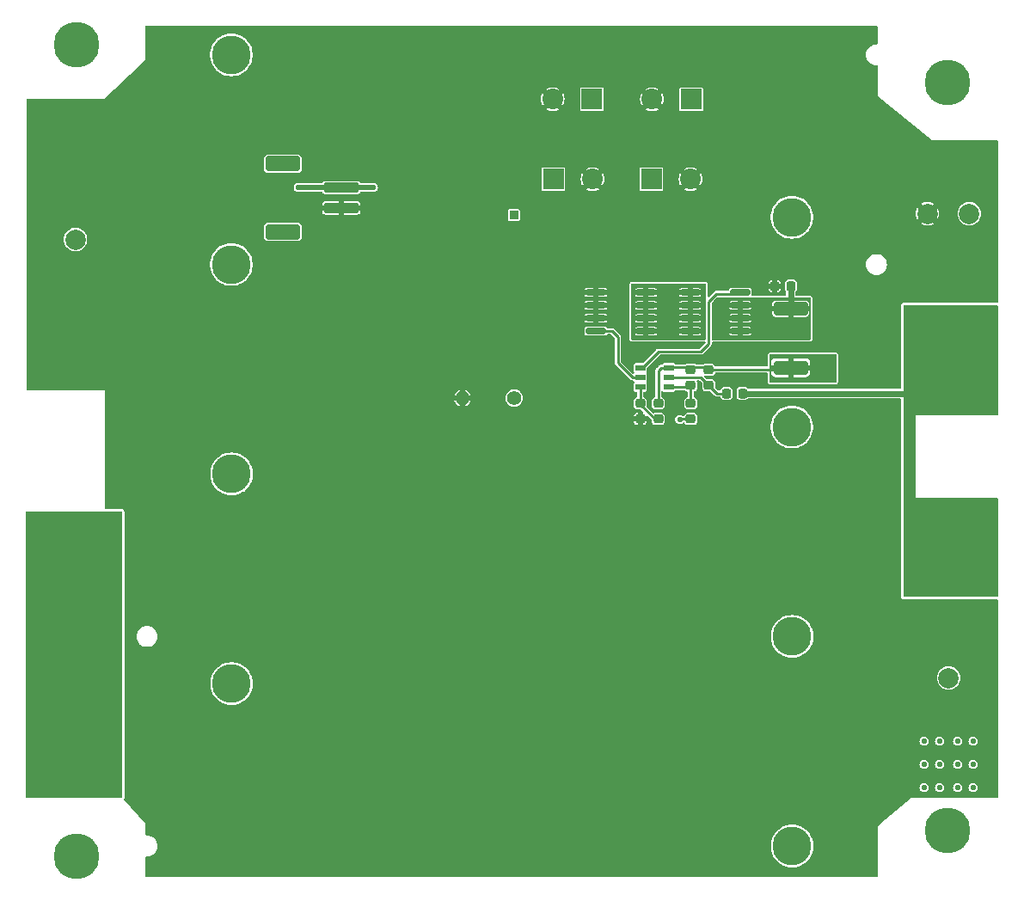
<source format=gtl>
G04 #@! TF.GenerationSoftware,KiCad,Pcbnew,7.0.1-0*
G04 #@! TF.CreationDate,2023-03-19T01:41:05-04:00*
G04 #@! TF.ProjectId,batteryboard,62617474-6572-4796-926f-6172642e6b69,rev?*
G04 #@! TF.SameCoordinates,Original*
G04 #@! TF.FileFunction,Copper,L1,Top*
G04 #@! TF.FilePolarity,Positive*
%FSLAX46Y46*%
G04 Gerber Fmt 4.6, Leading zero omitted, Abs format (unit mm)*
G04 Created by KiCad (PCBNEW 7.0.1-0) date 2023-03-19 01:41:05*
%MOMM*%
%LPD*%
G01*
G04 APERTURE LIST*
G04 Aperture macros list*
%AMRoundRect*
0 Rectangle with rounded corners*
0 $1 Rounding radius*
0 $2 $3 $4 $5 $6 $7 $8 $9 X,Y pos of 4 corners*
0 Add a 4 corners polygon primitive as box body*
4,1,4,$2,$3,$4,$5,$6,$7,$8,$9,$2,$3,0*
0 Add four circle primitives for the rounded corners*
1,1,$1+$1,$2,$3*
1,1,$1+$1,$4,$5*
1,1,$1+$1,$6,$7*
1,1,$1+$1,$8,$9*
0 Add four rect primitives between the rounded corners*
20,1,$1+$1,$2,$3,$4,$5,0*
20,1,$1+$1,$4,$5,$6,$7,0*
20,1,$1+$1,$6,$7,$8,$9,0*
20,1,$1+$1,$8,$9,$2,$3,0*%
G04 Aperture macros list end*
G04 #@! TA.AperFunction,SMDPad,CuDef*
%ADD10R,1.000000X0.600000*%
G04 #@! TD*
G04 #@! TA.AperFunction,SMDPad,CuDef*
%ADD11RoundRect,0.218750X-0.256250X0.218750X-0.256250X-0.218750X0.256250X-0.218750X0.256250X0.218750X0*%
G04 #@! TD*
G04 #@! TA.AperFunction,SMDPad,CuDef*
%ADD12RoundRect,0.218750X0.218750X0.256250X-0.218750X0.256250X-0.218750X-0.256250X0.218750X-0.256250X0*%
G04 #@! TD*
G04 #@! TA.AperFunction,SMDPad,CuDef*
%ADD13RoundRect,0.218750X0.256250X-0.218750X0.256250X0.218750X-0.256250X0.218750X-0.256250X-0.218750X0*%
G04 #@! TD*
G04 #@! TA.AperFunction,SMDPad,CuDef*
%ADD14RoundRect,0.150000X-0.825000X-0.150000X0.825000X-0.150000X0.825000X0.150000X-0.825000X0.150000X0*%
G04 #@! TD*
G04 #@! TA.AperFunction,SMDPad,CuDef*
%ADD15RoundRect,0.150000X0.825000X0.150000X-0.825000X0.150000X-0.825000X-0.150000X0.825000X-0.150000X0*%
G04 #@! TD*
G04 #@! TA.AperFunction,SMDPad,CuDef*
%ADD16RoundRect,0.250000X1.425000X-0.425000X1.425000X0.425000X-1.425000X0.425000X-1.425000X-0.425000X0*%
G04 #@! TD*
G04 #@! TA.AperFunction,ComponentPad*
%ADD17C,2.000000*%
G04 #@! TD*
G04 #@! TA.AperFunction,SMDPad,CuDef*
%ADD18RoundRect,0.250000X-1.500000X0.250000X-1.500000X-0.250000X1.500000X-0.250000X1.500000X0.250000X0*%
G04 #@! TD*
G04 #@! TA.AperFunction,SMDPad,CuDef*
%ADD19RoundRect,0.250001X-1.449999X0.499999X-1.449999X-0.499999X1.449999X-0.499999X1.449999X0.499999X0*%
G04 #@! TD*
G04 #@! TA.AperFunction,ComponentPad*
%ADD20R,2.032000X2.032000*%
G04 #@! TD*
G04 #@! TA.AperFunction,ComponentPad*
%ADD21C,2.032000*%
G04 #@! TD*
G04 #@! TA.AperFunction,ComponentPad*
%ADD22R,0.850000X0.850000*%
G04 #@! TD*
G04 #@! TA.AperFunction,ComponentPad*
%ADD23C,1.400000*%
G04 #@! TD*
G04 #@! TA.AperFunction,ComponentPad*
%ADD24O,1.400000X1.400000*%
G04 #@! TD*
G04 #@! TA.AperFunction,ComponentPad*
%ADD25C,4.500000*%
G04 #@! TD*
G04 #@! TA.AperFunction,WasherPad*
%ADD26C,3.800000*%
G04 #@! TD*
G04 #@! TA.AperFunction,ViaPad*
%ADD27C,0.584200*%
G04 #@! TD*
G04 #@! TA.AperFunction,Conductor*
%ADD28C,0.279400*%
G04 #@! TD*
G04 #@! TA.AperFunction,Conductor*
%ADD29C,0.609600*%
G04 #@! TD*
G04 #@! TA.AperFunction,Conductor*
%ADD30C,0.500000*%
G04 #@! TD*
G04 APERTURE END LIST*
D10*
X113789000Y-90744000D03*
X113789000Y-91694000D03*
X113789000Y-92644000D03*
X116589000Y-92644000D03*
X116589000Y-91694000D03*
X116589000Y-90744000D03*
D11*
X120523000Y-90906500D03*
X120523000Y-92481500D03*
X118745000Y-90906500D03*
X118745000Y-92481500D03*
X115570000Y-94208500D03*
X115570000Y-95783500D03*
D12*
X128613000Y-82677000D03*
X127038000Y-82677000D03*
X123850500Y-93281500D03*
X122275500Y-93281500D03*
D13*
X118745000Y-95783500D03*
X118745000Y-94208500D03*
D14*
X109412000Y-83312000D03*
X109412000Y-84582000D03*
X109412000Y-85852000D03*
X109412000Y-87122000D03*
X114362000Y-87122000D03*
X114362000Y-85852000D03*
X114362000Y-84582000D03*
X114362000Y-83312000D03*
D15*
X123633000Y-87122000D03*
X123633000Y-85852000D03*
X123633000Y-84582000D03*
X123633000Y-83312000D03*
X118683000Y-83312000D03*
X118683000Y-84582000D03*
X118683000Y-85852000D03*
X118683000Y-87122000D03*
D11*
X113792000Y-94208500D03*
X113792000Y-95783500D03*
D16*
X128587500Y-90720500D03*
X128587500Y-84920500D03*
D17*
X144145000Y-121285000D03*
X58166000Y-78105000D03*
X142062200Y-75565000D03*
X146177000Y-75565000D03*
D18*
X84350000Y-73000000D03*
X84350000Y-75000000D03*
D19*
X78600000Y-70650000D03*
X78600000Y-77350000D03*
D20*
X109016800Y-64300000D03*
D21*
X105161200Y-64300000D03*
D20*
X105232200Y-72174000D03*
D21*
X109087800Y-72174000D03*
D20*
X118795800Y-64300000D03*
D21*
X114940200Y-64300000D03*
D20*
X114884200Y-72174000D03*
D21*
X118739800Y-72174000D03*
D22*
X101346000Y-75692000D03*
D23*
X101346000Y-93726000D03*
D24*
X96266000Y-93726000D03*
D25*
X144005300Y-136349900D03*
X58280300Y-58889900D03*
X58280300Y-138889900D03*
X144005300Y-62689900D03*
D26*
X73517400Y-80569800D03*
X128717400Y-96569800D03*
X128742800Y-137844800D03*
X73542800Y-121844800D03*
X128742800Y-117194600D03*
X73542800Y-101194600D03*
X73517400Y-59919600D03*
X128717400Y-75919600D03*
D27*
X143256000Y-129794000D03*
X146558000Y-129794000D03*
X145034000Y-129794000D03*
X141732000Y-129794000D03*
X146558000Y-132080000D03*
X141732000Y-132080000D03*
X143256000Y-132080000D03*
X145034000Y-132080000D03*
X131826000Y-90678000D03*
X132588000Y-90678000D03*
X131064000Y-90678000D03*
X131826000Y-91567000D03*
X131064000Y-91567000D03*
X132588000Y-91567000D03*
X141732000Y-127508000D03*
X131064000Y-89789000D03*
X132588000Y-89789000D03*
X146558000Y-127508000D03*
X143256000Y-127508000D03*
X131826000Y-89789000D03*
X145034000Y-127508000D03*
X54864000Y-119380000D03*
X58420000Y-119380000D03*
X56642000Y-119380000D03*
X60198000Y-119380000D03*
X60198000Y-120904000D03*
X58420000Y-120904000D03*
X54864000Y-120904000D03*
X56642000Y-120904000D03*
X58420000Y-117856000D03*
X117665498Y-95821500D03*
X54864000Y-117856000D03*
X56642000Y-117856000D03*
X60198000Y-117856000D03*
X140843000Y-94742000D03*
X143002000Y-94742000D03*
X145288000Y-94742000D03*
X147447000Y-94742000D03*
X145447000Y-104397000D03*
X141447000Y-104397000D03*
X143447000Y-104397000D03*
X147447000Y-104397000D03*
X143002000Y-93345000D03*
X147447000Y-93345000D03*
X80100000Y-73000000D03*
X140843000Y-93345000D03*
X145288000Y-93345000D03*
X87500000Y-73000000D03*
D28*
X121323000Y-93281500D02*
X120523000Y-92481500D01*
X120523000Y-92456000D02*
X120523000Y-92481500D01*
X122275500Y-93281500D02*
X121323000Y-93281500D01*
X119761000Y-91694000D02*
X120523000Y-92456000D01*
X116589000Y-91694000D02*
X119761000Y-91694000D01*
X120523000Y-90906500D02*
X128401500Y-90906500D01*
X116589000Y-90744000D02*
X116655000Y-90678000D01*
X118745000Y-90678000D02*
X120294500Y-90678000D01*
X116655000Y-90678000D02*
X118745000Y-90678000D01*
X115809600Y-90744000D02*
X116589000Y-90744000D01*
X118745000Y-90906500D02*
X118745000Y-90678000D01*
X115570000Y-94208500D02*
X115570000Y-90983600D01*
X128401500Y-90906500D02*
X128587500Y-90720500D01*
X120294500Y-90678000D02*
X120523000Y-90906500D01*
X115570000Y-90983600D02*
X115809600Y-90744000D01*
X118745000Y-92481500D02*
X118745000Y-94208500D01*
X116589000Y-92644000D02*
X118582500Y-92644000D01*
X118582500Y-92644000D02*
X118745000Y-92481500D01*
X117703498Y-95783500D02*
X117665498Y-95821500D01*
X118745000Y-95783500D02*
X117703498Y-95783500D01*
D29*
X140843000Y-93343000D02*
X140843000Y-93345000D01*
X123850500Y-93281500D02*
X139954000Y-93281500D01*
D30*
X87500000Y-73000000D02*
X80100000Y-73000000D01*
D29*
X139954000Y-92456000D02*
X139956000Y-92456000D01*
X139956000Y-92456000D02*
X140843000Y-93343000D01*
D28*
X121285000Y-83439000D02*
X120523000Y-84201000D01*
X123633000Y-83312000D02*
X123506000Y-83439000D01*
X123506000Y-83439000D02*
X121285000Y-83439000D01*
X120523000Y-84201000D02*
X120523000Y-88392000D01*
X115570000Y-89154000D02*
X113980000Y-90744000D01*
X119761000Y-89154000D02*
X115570000Y-89154000D01*
X120523000Y-88392000D02*
X119761000Y-89154000D01*
X113980000Y-90744000D02*
X113789000Y-90744000D01*
X111569500Y-87693500D02*
X110998000Y-87122000D01*
X113789000Y-91694000D02*
X113009600Y-91694000D01*
X113009600Y-91694000D02*
X111569500Y-90253900D01*
X111569500Y-90253900D02*
X111569500Y-87693500D01*
X110998000Y-87122000D02*
X109412000Y-87122000D01*
D29*
X128613000Y-82677000D02*
X128613000Y-84895000D01*
X128613000Y-84895000D02*
X128587500Y-84920500D01*
D28*
X113789000Y-94205500D02*
X113792000Y-94208500D01*
X113792000Y-94361000D02*
X115214500Y-95783500D01*
X115214500Y-95783500D02*
X115570000Y-95783500D01*
X113792000Y-94208500D02*
X113792000Y-94361000D01*
X113789000Y-92644000D02*
X113789000Y-94205500D01*
G04 #@! TA.AperFunction,Conductor*
G36*
X133058400Y-89418075D02*
G01*
X133085925Y-89445600D01*
X133096000Y-89483200D01*
X133096000Y-92126800D01*
X133085925Y-92164400D01*
X133058400Y-92191925D01*
X133020800Y-92202000D01*
X126567200Y-92202000D01*
X126529600Y-92191925D01*
X126502075Y-92164400D01*
X126492000Y-92126800D01*
X126492000Y-90974500D01*
X126658501Y-90974500D01*
X126658501Y-91193713D01*
X126664952Y-91253735D01*
X126715600Y-91389523D01*
X126802453Y-91505546D01*
X126918473Y-91592397D01*
X127054267Y-91643046D01*
X127114288Y-91649500D01*
X128333500Y-91649500D01*
X128333500Y-90974500D01*
X128841500Y-90974500D01*
X128841500Y-91649499D01*
X130060713Y-91649499D01*
X130120735Y-91643047D01*
X130256523Y-91592399D01*
X130372546Y-91505546D01*
X130459397Y-91389526D01*
X130510046Y-91253732D01*
X130516500Y-91193712D01*
X130516500Y-90974500D01*
X128841500Y-90974500D01*
X128333500Y-90974500D01*
X126658501Y-90974500D01*
X126492000Y-90974500D01*
X126492000Y-90466500D01*
X126658500Y-90466500D01*
X128333500Y-90466500D01*
X128333500Y-89791501D01*
X127114287Y-89791501D01*
X127054264Y-89797952D01*
X126918476Y-89848600D01*
X126802453Y-89935453D01*
X126715602Y-90051473D01*
X126664953Y-90187267D01*
X126658500Y-90247288D01*
X126658500Y-90466500D01*
X126492000Y-90466500D01*
X126492000Y-89791500D01*
X128841500Y-89791500D01*
X128841500Y-90466500D01*
X130516499Y-90466500D01*
X130516499Y-90247287D01*
X130510047Y-90187264D01*
X130459399Y-90051476D01*
X130372546Y-89935453D01*
X130256526Y-89848602D01*
X130120732Y-89797953D01*
X130060712Y-89791500D01*
X128841500Y-89791500D01*
X126492000Y-89791500D01*
X126492000Y-89483200D01*
X126502075Y-89445600D01*
X126529600Y-89418075D01*
X126567200Y-89408000D01*
X133020800Y-89408000D01*
X133058400Y-89418075D01*
G37*
G04 #@! TD.AperFunction*
G04 #@! TA.AperFunction,Conductor*
G36*
X137122400Y-57085575D02*
G01*
X137149925Y-57113100D01*
X137160000Y-57150700D01*
X137160000Y-58808900D01*
X137149925Y-58846500D01*
X137122400Y-58874025D01*
X137084800Y-58884100D01*
X136996532Y-58884100D01*
X136934801Y-58890180D01*
X136844405Y-58899083D01*
X136649212Y-58958294D01*
X136469326Y-59054446D01*
X136311647Y-59183847D01*
X136182246Y-59341526D01*
X136086094Y-59521412D01*
X136026883Y-59716605D01*
X136006889Y-59919600D01*
X136026883Y-60122594D01*
X136086094Y-60317787D01*
X136182246Y-60497673D01*
X136311647Y-60655352D01*
X136400156Y-60727988D01*
X136469324Y-60784752D01*
X136649214Y-60880906D01*
X136844407Y-60940117D01*
X136996532Y-60955100D01*
X136996534Y-60955100D01*
X137084800Y-60955100D01*
X137122400Y-60965175D01*
X137149925Y-60992700D01*
X137160000Y-61030300D01*
X137160000Y-64008000D01*
X142494000Y-68339756D01*
X148934600Y-68339756D01*
X148972200Y-68349831D01*
X148999725Y-68377356D01*
X149009800Y-68414956D01*
X149009800Y-84249367D01*
X148999725Y-84286967D01*
X148972200Y-84314492D01*
X148934600Y-84324567D01*
X139775200Y-84324567D01*
X139708036Y-84333409D01*
X139700657Y-84335385D01*
X139670433Y-84343484D01*
X139607850Y-84369408D01*
X139554102Y-84410650D01*
X139526583Y-84438169D01*
X139485341Y-84491917D01*
X139459417Y-84554500D01*
X139451318Y-84584725D01*
X139449342Y-84592103D01*
X139440500Y-84659267D01*
X139440500Y-84659270D01*
X139440500Y-92748600D01*
X139430425Y-92786200D01*
X139402900Y-92813725D01*
X139365300Y-92823800D01*
X124424540Y-92823800D01*
X124395762Y-92818076D01*
X124371368Y-92801776D01*
X124288193Y-92718601D01*
X124288192Y-92718600D01*
X124176761Y-92664124D01*
X124104524Y-92653600D01*
X124104522Y-92653600D01*
X123596478Y-92653600D01*
X123596476Y-92653600D01*
X123524238Y-92664124D01*
X123412805Y-92718601D01*
X123325101Y-92806305D01*
X123270624Y-92917738D01*
X123260100Y-92989976D01*
X123260100Y-93573024D01*
X123270624Y-93645261D01*
X123325101Y-93756694D01*
X123412805Y-93844398D01*
X123524238Y-93898875D01*
X123596476Y-93909400D01*
X123596478Y-93909400D01*
X124104522Y-93909400D01*
X124104524Y-93909400D01*
X124152681Y-93902383D01*
X124176762Y-93898875D01*
X124288193Y-93844399D01*
X124371368Y-93761223D01*
X124395762Y-93744924D01*
X124424540Y-93739200D01*
X139365300Y-93739200D01*
X139402900Y-93749275D01*
X139430425Y-93776800D01*
X139440500Y-93814400D01*
X139440500Y-113210867D01*
X139449342Y-113278031D01*
X139449343Y-113278033D01*
X139459417Y-113315633D01*
X139485341Y-113378216D01*
X139526583Y-113431964D01*
X139554102Y-113459483D01*
X139607850Y-113500725D01*
X139670433Y-113526649D01*
X139670434Y-113526649D01*
X139670436Y-113526650D01*
X139708036Y-113536725D01*
X139775200Y-113545567D01*
X139775203Y-113545567D01*
X148934600Y-113545567D01*
X148972200Y-113555642D01*
X148999725Y-113583167D01*
X149009800Y-113620767D01*
X149009800Y-133020800D01*
X148999725Y-133058400D01*
X148972200Y-133085925D01*
X148934600Y-133096000D01*
X140462000Y-133096000D01*
X137460183Y-135635999D01*
X137160000Y-135890000D01*
X137160000Y-140849300D01*
X137149925Y-140886900D01*
X137122400Y-140914425D01*
X137084800Y-140924500D01*
X65157755Y-140924500D01*
X65120155Y-140914425D01*
X65092630Y-140886900D01*
X65082555Y-140849300D01*
X65082555Y-138955452D01*
X65093907Y-138915723D01*
X65124534Y-138887988D01*
X65158238Y-138881881D01*
X65158238Y-138880300D01*
X65263666Y-138880300D01*
X65263668Y-138880300D01*
X65415793Y-138865317D01*
X65610986Y-138806106D01*
X65790876Y-138709952D01*
X65948552Y-138580552D01*
X66077952Y-138422876D01*
X66174106Y-138242986D01*
X66233317Y-138047793D01*
X66239159Y-137988475D01*
X126642300Y-137988475D01*
X126681430Y-138273165D01*
X126758954Y-138549855D01*
X126873438Y-138813425D01*
X127022744Y-139058948D01*
X127204090Y-139281851D01*
X127414103Y-139477991D01*
X127648861Y-139643699D01*
X127648864Y-139643701D01*
X127904003Y-139775904D01*
X128174768Y-139872134D01*
X128456114Y-139930598D01*
X128671048Y-139945300D01*
X128814547Y-139945300D01*
X128814552Y-139945300D01*
X129029486Y-139930598D01*
X129310832Y-139872134D01*
X129581597Y-139775904D01*
X129836736Y-139643701D01*
X129954116Y-139560845D01*
X130071496Y-139477991D01*
X130094654Y-139456362D01*
X130281508Y-139281853D01*
X130360447Y-139184822D01*
X130462855Y-139058948D01*
X130612161Y-138813425D01*
X130657105Y-138709953D01*
X130726644Y-138549858D01*
X130804171Y-138273158D01*
X130843300Y-137988478D01*
X130843300Y-137701122D01*
X130804171Y-137416442D01*
X130762223Y-137266726D01*
X130726645Y-137139744D01*
X130612161Y-136876174D01*
X130462855Y-136630651D01*
X130281509Y-136407748D01*
X130071496Y-136211608D01*
X129836738Y-136045900D01*
X129820024Y-136037239D01*
X129581597Y-135913696D01*
X129485365Y-135879495D01*
X129310831Y-135817465D01*
X129029489Y-135759002D01*
X128948885Y-135753488D01*
X128814552Y-135744300D01*
X128671048Y-135744300D01*
X128551640Y-135752467D01*
X128456110Y-135759002D01*
X128174768Y-135817465D01*
X127904003Y-135913696D01*
X127648861Y-136045900D01*
X127414103Y-136211608D01*
X127204090Y-136407748D01*
X127022744Y-136630651D01*
X126873438Y-136876174D01*
X126758954Y-137139744D01*
X126681430Y-137416434D01*
X126642300Y-137701125D01*
X126642300Y-137988475D01*
X66239159Y-137988475D01*
X66253310Y-137844800D01*
X66233317Y-137641807D01*
X66174106Y-137446614D01*
X66077952Y-137266724D01*
X66021188Y-137197556D01*
X65948552Y-137109047D01*
X65840701Y-137020538D01*
X65790876Y-136979648D01*
X65790874Y-136979647D01*
X65790873Y-136979646D01*
X65610987Y-136883494D01*
X65415794Y-136824283D01*
X65365084Y-136819288D01*
X65263668Y-136809300D01*
X65161932Y-136809300D01*
X65158238Y-136809300D01*
X65158238Y-136807719D01*
X65124534Y-136801612D01*
X65093907Y-136773877D01*
X65082555Y-136734148D01*
X65082555Y-135636000D01*
X65082554Y-135635999D01*
X62936161Y-133298087D01*
X62919222Y-133267793D01*
X62917692Y-133233119D01*
X62931897Y-133201450D01*
X62952658Y-133174394D01*
X62978583Y-133111808D01*
X62988658Y-133074208D01*
X62997500Y-133007044D01*
X62997500Y-132079999D01*
X141282424Y-132079999D01*
X141300635Y-132206662D01*
X141353791Y-132323057D01*
X141437591Y-132419768D01*
X141491414Y-132454357D01*
X141545239Y-132488949D01*
X141668019Y-132525000D01*
X141795981Y-132525000D01*
X141918761Y-132488949D01*
X142026410Y-132419767D01*
X142110207Y-132323059D01*
X142163365Y-132206660D01*
X142181576Y-132080000D01*
X142181576Y-132079999D01*
X142806424Y-132079999D01*
X142824635Y-132206662D01*
X142877791Y-132323057D01*
X142961591Y-132419768D01*
X143015414Y-132454357D01*
X143069239Y-132488949D01*
X143192019Y-132525000D01*
X143319981Y-132525000D01*
X143442761Y-132488949D01*
X143550410Y-132419767D01*
X143634207Y-132323059D01*
X143687365Y-132206660D01*
X143705576Y-132080000D01*
X143705576Y-132079999D01*
X144584424Y-132079999D01*
X144602635Y-132206662D01*
X144655791Y-132323057D01*
X144739591Y-132419768D01*
X144793414Y-132454357D01*
X144847239Y-132488949D01*
X144970019Y-132525000D01*
X145097981Y-132525000D01*
X145220761Y-132488949D01*
X145328410Y-132419767D01*
X145412207Y-132323059D01*
X145465365Y-132206660D01*
X145483576Y-132080000D01*
X145483576Y-132079999D01*
X146108424Y-132079999D01*
X146126635Y-132206662D01*
X146179791Y-132323057D01*
X146263591Y-132419768D01*
X146317414Y-132454357D01*
X146371239Y-132488949D01*
X146494019Y-132525000D01*
X146621981Y-132525000D01*
X146744761Y-132488949D01*
X146852410Y-132419767D01*
X146936207Y-132323059D01*
X146989365Y-132206660D01*
X147007576Y-132080000D01*
X146989365Y-131953340D01*
X146989364Y-131953337D01*
X146936208Y-131836942D01*
X146852408Y-131740231D01*
X146744761Y-131671051D01*
X146621981Y-131635000D01*
X146494019Y-131635000D01*
X146371238Y-131671051D01*
X146263591Y-131740231D01*
X146179791Y-131836942D01*
X146126635Y-131953337D01*
X146108424Y-132079999D01*
X145483576Y-132079999D01*
X145465365Y-131953340D01*
X145465364Y-131953337D01*
X145412208Y-131836942D01*
X145328408Y-131740231D01*
X145220761Y-131671051D01*
X145097981Y-131635000D01*
X144970019Y-131635000D01*
X144847238Y-131671051D01*
X144739591Y-131740231D01*
X144655791Y-131836942D01*
X144602635Y-131953337D01*
X144584424Y-132079999D01*
X143705576Y-132079999D01*
X143687365Y-131953340D01*
X143687364Y-131953337D01*
X143634208Y-131836942D01*
X143550408Y-131740231D01*
X143442761Y-131671051D01*
X143319981Y-131635000D01*
X143192019Y-131635000D01*
X143069238Y-131671051D01*
X142961591Y-131740231D01*
X142877791Y-131836942D01*
X142824635Y-131953337D01*
X142806424Y-132079999D01*
X142181576Y-132079999D01*
X142163365Y-131953340D01*
X142163364Y-131953337D01*
X142110208Y-131836942D01*
X142026408Y-131740231D01*
X141918761Y-131671051D01*
X141795981Y-131635000D01*
X141668019Y-131635000D01*
X141545238Y-131671051D01*
X141437591Y-131740231D01*
X141353791Y-131836942D01*
X141300635Y-131953337D01*
X141282424Y-132079999D01*
X62997500Y-132079999D01*
X62997500Y-129793999D01*
X141282424Y-129793999D01*
X141300635Y-129920662D01*
X141353791Y-130037057D01*
X141437591Y-130133768D01*
X141491414Y-130168358D01*
X141545239Y-130202949D01*
X141668019Y-130239000D01*
X141795981Y-130239000D01*
X141918761Y-130202949D01*
X142026410Y-130133767D01*
X142110207Y-130037059D01*
X142163365Y-129920660D01*
X142181576Y-129794000D01*
X142181576Y-129793999D01*
X142806424Y-129793999D01*
X142824635Y-129920662D01*
X142877791Y-130037057D01*
X142961591Y-130133768D01*
X143015414Y-130168358D01*
X143069239Y-130202949D01*
X143192019Y-130239000D01*
X143319981Y-130239000D01*
X143442761Y-130202949D01*
X143550410Y-130133767D01*
X143634207Y-130037059D01*
X143687365Y-129920660D01*
X143705576Y-129794000D01*
X143705576Y-129793999D01*
X144584424Y-129793999D01*
X144602635Y-129920662D01*
X144655791Y-130037057D01*
X144739591Y-130133768D01*
X144793414Y-130168358D01*
X144847239Y-130202949D01*
X144970019Y-130239000D01*
X145097981Y-130239000D01*
X145220761Y-130202949D01*
X145328410Y-130133767D01*
X145412207Y-130037059D01*
X145465365Y-129920660D01*
X145483576Y-129794000D01*
X145483576Y-129793999D01*
X146108424Y-129793999D01*
X146126635Y-129920662D01*
X146179791Y-130037057D01*
X146263591Y-130133768D01*
X146317414Y-130168358D01*
X146371239Y-130202949D01*
X146494019Y-130239000D01*
X146621981Y-130239000D01*
X146744761Y-130202949D01*
X146852410Y-130133767D01*
X146936207Y-130037059D01*
X146989365Y-129920660D01*
X147007576Y-129794000D01*
X146989365Y-129667340D01*
X146989364Y-129667337D01*
X146936208Y-129550942D01*
X146852408Y-129454231D01*
X146744761Y-129385051D01*
X146621981Y-129349000D01*
X146494019Y-129349000D01*
X146371238Y-129385051D01*
X146263591Y-129454231D01*
X146179791Y-129550942D01*
X146126635Y-129667337D01*
X146108424Y-129793999D01*
X145483576Y-129793999D01*
X145465365Y-129667340D01*
X145465364Y-129667337D01*
X145412208Y-129550942D01*
X145328408Y-129454231D01*
X145220761Y-129385051D01*
X145097981Y-129349000D01*
X144970019Y-129349000D01*
X144847238Y-129385051D01*
X144739591Y-129454231D01*
X144655791Y-129550942D01*
X144602635Y-129667337D01*
X144584424Y-129793999D01*
X143705576Y-129793999D01*
X143687365Y-129667340D01*
X143687364Y-129667337D01*
X143634208Y-129550942D01*
X143550408Y-129454231D01*
X143442761Y-129385051D01*
X143319981Y-129349000D01*
X143192019Y-129349000D01*
X143069238Y-129385051D01*
X142961591Y-129454231D01*
X142877791Y-129550942D01*
X142824635Y-129667337D01*
X142806424Y-129793999D01*
X142181576Y-129793999D01*
X142163365Y-129667340D01*
X142163364Y-129667337D01*
X142110208Y-129550942D01*
X142026408Y-129454231D01*
X141918761Y-129385051D01*
X141795981Y-129349000D01*
X141668019Y-129349000D01*
X141545238Y-129385051D01*
X141437591Y-129454231D01*
X141353791Y-129550942D01*
X141300635Y-129667337D01*
X141282424Y-129793999D01*
X62997500Y-129793999D01*
X62997500Y-127508000D01*
X141282424Y-127508000D01*
X141300635Y-127634662D01*
X141353791Y-127751057D01*
X141437591Y-127847768D01*
X141491414Y-127882357D01*
X141545239Y-127916949D01*
X141668019Y-127953000D01*
X141795981Y-127953000D01*
X141918761Y-127916949D01*
X142026410Y-127847767D01*
X142110207Y-127751059D01*
X142163365Y-127634660D01*
X142181576Y-127508000D01*
X142806424Y-127508000D01*
X142824635Y-127634662D01*
X142877791Y-127751057D01*
X142961591Y-127847768D01*
X143015414Y-127882357D01*
X143069239Y-127916949D01*
X143192019Y-127953000D01*
X143319981Y-127953000D01*
X143442761Y-127916949D01*
X143550410Y-127847767D01*
X143634207Y-127751059D01*
X143687365Y-127634660D01*
X143705576Y-127508000D01*
X144584424Y-127508000D01*
X144602635Y-127634662D01*
X144655791Y-127751057D01*
X144739591Y-127847768D01*
X144793414Y-127882357D01*
X144847239Y-127916949D01*
X144970019Y-127953000D01*
X145097981Y-127953000D01*
X145220761Y-127916949D01*
X145328410Y-127847767D01*
X145412207Y-127751059D01*
X145465365Y-127634660D01*
X145483576Y-127508000D01*
X146108424Y-127508000D01*
X146126635Y-127634662D01*
X146179791Y-127751057D01*
X146263591Y-127847768D01*
X146317414Y-127882357D01*
X146371239Y-127916949D01*
X146494019Y-127953000D01*
X146621981Y-127953000D01*
X146744761Y-127916949D01*
X146852410Y-127847767D01*
X146936207Y-127751059D01*
X146989365Y-127634660D01*
X147007576Y-127508000D01*
X146989365Y-127381340D01*
X146989364Y-127381337D01*
X146936208Y-127264942D01*
X146852408Y-127168231D01*
X146744761Y-127099051D01*
X146621981Y-127063000D01*
X146494019Y-127063000D01*
X146371238Y-127099051D01*
X146263591Y-127168231D01*
X146179791Y-127264942D01*
X146126635Y-127381337D01*
X146108424Y-127508000D01*
X145483576Y-127508000D01*
X145465365Y-127381340D01*
X145465364Y-127381337D01*
X145412208Y-127264942D01*
X145328408Y-127168231D01*
X145220761Y-127099051D01*
X145097981Y-127063000D01*
X144970019Y-127063000D01*
X144847238Y-127099051D01*
X144739591Y-127168231D01*
X144655791Y-127264942D01*
X144602635Y-127381337D01*
X144584424Y-127508000D01*
X143705576Y-127508000D01*
X143687365Y-127381340D01*
X143687364Y-127381337D01*
X143634208Y-127264942D01*
X143550408Y-127168231D01*
X143442761Y-127099051D01*
X143319981Y-127063000D01*
X143192019Y-127063000D01*
X143069238Y-127099051D01*
X142961591Y-127168231D01*
X142877791Y-127264942D01*
X142824635Y-127381337D01*
X142806424Y-127508000D01*
X142181576Y-127508000D01*
X142163365Y-127381340D01*
X142163364Y-127381337D01*
X142110208Y-127264942D01*
X142026408Y-127168231D01*
X141918761Y-127099051D01*
X141795981Y-127063000D01*
X141668019Y-127063000D01*
X141545238Y-127099051D01*
X141437591Y-127168231D01*
X141353791Y-127264942D01*
X141300635Y-127381337D01*
X141282424Y-127508000D01*
X62997500Y-127508000D01*
X62997500Y-121988478D01*
X71442300Y-121988478D01*
X71472607Y-122208974D01*
X71481430Y-122273165D01*
X71558954Y-122549855D01*
X71673438Y-122813425D01*
X71822744Y-123058948D01*
X72004090Y-123281851D01*
X72214103Y-123477991D01*
X72448861Y-123643699D01*
X72448864Y-123643701D01*
X72704003Y-123775904D01*
X72974768Y-123872134D01*
X73256114Y-123930598D01*
X73471048Y-123945300D01*
X73614547Y-123945300D01*
X73614552Y-123945300D01*
X73829486Y-123930598D01*
X74110832Y-123872134D01*
X74381597Y-123775904D01*
X74636736Y-123643701D01*
X74754116Y-123560845D01*
X74871496Y-123477991D01*
X74894654Y-123456362D01*
X75081508Y-123281853D01*
X75160447Y-123184822D01*
X75262855Y-123058948D01*
X75412161Y-122813425D01*
X75526645Y-122549855D01*
X75604169Y-122273165D01*
X75604168Y-122273165D01*
X75604171Y-122273158D01*
X75643300Y-121988478D01*
X75643300Y-121701122D01*
X75604171Y-121416442D01*
X75567343Y-121285000D01*
X142987160Y-121285000D01*
X143006875Y-121497752D01*
X143064739Y-121701125D01*
X143065347Y-121703260D01*
X143160585Y-121894524D01*
X143289347Y-122065031D01*
X143447246Y-122208975D01*
X143516426Y-122251809D01*
X143628906Y-122321455D01*
X143691902Y-122345859D01*
X143828142Y-122398639D01*
X144038168Y-122437900D01*
X144251829Y-122437900D01*
X144251832Y-122437900D01*
X144461858Y-122398639D01*
X144661093Y-122321455D01*
X144842754Y-122208975D01*
X145000653Y-122065031D01*
X145129415Y-121894524D01*
X145224653Y-121703260D01*
X145283125Y-121497752D01*
X145302839Y-121285000D01*
X145283125Y-121072248D01*
X145224653Y-120866740D01*
X145129415Y-120675476D01*
X145000653Y-120504969D01*
X144842754Y-120361025D01*
X144842753Y-120361024D01*
X144661093Y-120248544D01*
X144498479Y-120185548D01*
X144461858Y-120171361D01*
X144251832Y-120132100D01*
X144038168Y-120132100D01*
X143828142Y-120171361D01*
X143828139Y-120171361D01*
X143828139Y-120171362D01*
X143628906Y-120248544D01*
X143447245Y-120361025D01*
X143289348Y-120504967D01*
X143160585Y-120675476D01*
X143065346Y-120866741D01*
X143006875Y-121072247D01*
X142987160Y-121285000D01*
X75567343Y-121285000D01*
X75526644Y-121139742D01*
X75412161Y-120876174D01*
X75262855Y-120630651D01*
X75081509Y-120407748D01*
X74871496Y-120211608D01*
X74636738Y-120045900D01*
X74620024Y-120037239D01*
X74381597Y-119913696D01*
X74285365Y-119879495D01*
X74110831Y-119817465D01*
X73829489Y-119759002D01*
X73748885Y-119753488D01*
X73614552Y-119744300D01*
X73471048Y-119744300D01*
X73351640Y-119752467D01*
X73256110Y-119759002D01*
X72974768Y-119817465D01*
X72704003Y-119913696D01*
X72448861Y-120045900D01*
X72214103Y-120211608D01*
X72004090Y-120407748D01*
X71822744Y-120630651D01*
X71673438Y-120876174D01*
X71558954Y-121139744D01*
X71481430Y-121416434D01*
X71481428Y-121416442D01*
X71481429Y-121416442D01*
X71442300Y-121701122D01*
X71442300Y-121988478D01*
X62997500Y-121988478D01*
X62997500Y-117194600D01*
X64172289Y-117194600D01*
X64192283Y-117397594D01*
X64251494Y-117592787D01*
X64347646Y-117772673D01*
X64477047Y-117930352D01*
X64565556Y-118002988D01*
X64634724Y-118059752D01*
X64814614Y-118155906D01*
X65009807Y-118215117D01*
X65161932Y-118230100D01*
X65263666Y-118230100D01*
X65263668Y-118230100D01*
X65415793Y-118215117D01*
X65610986Y-118155906D01*
X65790876Y-118059752D01*
X65948552Y-117930352D01*
X66077952Y-117772676D01*
X66174106Y-117592786D01*
X66233317Y-117397593D01*
X66239159Y-117338275D01*
X126642300Y-117338275D01*
X126681430Y-117622965D01*
X126758954Y-117899655D01*
X126873438Y-118163225D01*
X127022744Y-118408748D01*
X127204090Y-118631651D01*
X127414103Y-118827791D01*
X127648861Y-118993499D01*
X127648864Y-118993501D01*
X127904003Y-119125704D01*
X128174768Y-119221934D01*
X128456114Y-119280398D01*
X128671048Y-119295100D01*
X128814547Y-119295100D01*
X128814552Y-119295100D01*
X129029486Y-119280398D01*
X129310832Y-119221934D01*
X129581597Y-119125704D01*
X129836736Y-118993501D01*
X129954117Y-118910644D01*
X130071496Y-118827791D01*
X130094654Y-118806162D01*
X130281508Y-118631653D01*
X130360447Y-118534622D01*
X130462855Y-118408748D01*
X130612161Y-118163225D01*
X130657105Y-118059753D01*
X130726644Y-117899658D01*
X130804171Y-117622958D01*
X130843300Y-117338278D01*
X130843300Y-117050922D01*
X130804171Y-116766242D01*
X130762223Y-116616526D01*
X130726645Y-116489544D01*
X130612161Y-116225974D01*
X130462855Y-115980451D01*
X130281509Y-115757548D01*
X130071496Y-115561408D01*
X129836738Y-115395700D01*
X129820024Y-115387039D01*
X129581597Y-115263496D01*
X129485365Y-115229295D01*
X129310831Y-115167265D01*
X129029489Y-115108802D01*
X128948885Y-115103288D01*
X128814552Y-115094100D01*
X128671048Y-115094100D01*
X128551640Y-115102267D01*
X128456110Y-115108802D01*
X128174768Y-115167265D01*
X127904003Y-115263496D01*
X127648861Y-115395700D01*
X127414103Y-115561408D01*
X127204090Y-115757548D01*
X127022744Y-115980451D01*
X126873438Y-116225974D01*
X126758954Y-116489544D01*
X126681430Y-116766234D01*
X126642300Y-117050925D01*
X126642300Y-117338275D01*
X66239159Y-117338275D01*
X66253310Y-117194600D01*
X66233317Y-116991607D01*
X66174106Y-116796414D01*
X66077952Y-116616524D01*
X66021188Y-116547356D01*
X65948552Y-116458847D01*
X65840701Y-116370338D01*
X65790876Y-116329448D01*
X65790874Y-116329447D01*
X65790873Y-116329446D01*
X65610987Y-116233294D01*
X65415794Y-116174083D01*
X65365084Y-116169088D01*
X65263668Y-116159100D01*
X65161932Y-116159100D01*
X65085869Y-116166591D01*
X65009805Y-116174083D01*
X64814612Y-116233294D01*
X64634726Y-116329446D01*
X64477047Y-116458847D01*
X64347646Y-116616526D01*
X64251494Y-116796412D01*
X64192283Y-116991605D01*
X64172289Y-117194600D01*
X62997500Y-117194600D01*
X62997500Y-104977200D01*
X62988658Y-104910036D01*
X62978583Y-104872436D01*
X62952658Y-104809850D01*
X62911419Y-104756106D01*
X62911416Y-104756102D01*
X62883897Y-104728583D01*
X62830149Y-104687341D01*
X62767566Y-104661417D01*
X62747415Y-104656018D01*
X62729964Y-104651342D01*
X62662800Y-104642500D01*
X61140254Y-104642500D01*
X61099846Y-104630721D01*
X61072096Y-104599074D01*
X61065699Y-104557473D01*
X61073077Y-104540711D01*
X61070964Y-104539942D01*
X61077902Y-104520880D01*
X61079122Y-104513954D01*
X61079124Y-104513952D01*
X61076642Y-104499875D01*
X61075500Y-104486818D01*
X61075500Y-101338275D01*
X71442300Y-101338275D01*
X71481430Y-101622965D01*
X71558954Y-101899655D01*
X71673438Y-102163225D01*
X71822744Y-102408748D01*
X72004090Y-102631651D01*
X72214103Y-102827791D01*
X72448861Y-102993499D01*
X72448864Y-102993501D01*
X72704003Y-103125704D01*
X72974768Y-103221934D01*
X73256114Y-103280398D01*
X73471048Y-103295100D01*
X73614547Y-103295100D01*
X73614552Y-103295100D01*
X73829486Y-103280398D01*
X74110832Y-103221934D01*
X74381597Y-103125704D01*
X74636736Y-102993501D01*
X74754117Y-102910644D01*
X74871496Y-102827791D01*
X74894654Y-102806162D01*
X75081508Y-102631653D01*
X75160447Y-102534622D01*
X75262855Y-102408748D01*
X75412161Y-102163225D01*
X75526645Y-101899655D01*
X75604169Y-101622965D01*
X75604168Y-101622965D01*
X75604171Y-101622958D01*
X75643300Y-101338278D01*
X75643300Y-101050922D01*
X75604171Y-100766242D01*
X75526644Y-100489542D01*
X75412161Y-100225975D01*
X75412161Y-100225974D01*
X75262855Y-99980451D01*
X75081509Y-99757548D01*
X74871496Y-99561408D01*
X74636738Y-99395700D01*
X74620024Y-99387039D01*
X74381597Y-99263496D01*
X74285365Y-99229295D01*
X74110831Y-99167265D01*
X73829489Y-99108802D01*
X73748885Y-99103288D01*
X73614552Y-99094100D01*
X73471048Y-99094100D01*
X73351640Y-99102267D01*
X73256110Y-99108802D01*
X72974768Y-99167265D01*
X72704003Y-99263496D01*
X72448861Y-99395700D01*
X72214103Y-99561408D01*
X72004090Y-99757548D01*
X71822744Y-99980451D01*
X71673438Y-100225974D01*
X71558954Y-100489544D01*
X71481430Y-100766234D01*
X71442300Y-101050925D01*
X71442300Y-101338275D01*
X61075500Y-101338275D01*
X61075500Y-96713475D01*
X126616900Y-96713475D01*
X126656030Y-96998165D01*
X126733554Y-97274855D01*
X126848038Y-97538425D01*
X126997344Y-97783948D01*
X127178690Y-98006851D01*
X127388703Y-98202991D01*
X127623461Y-98368699D01*
X127623464Y-98368701D01*
X127878603Y-98500904D01*
X128149368Y-98597134D01*
X128430714Y-98655598D01*
X128645648Y-98670300D01*
X128789147Y-98670300D01*
X128789152Y-98670300D01*
X129004086Y-98655598D01*
X129285432Y-98597134D01*
X129556197Y-98500904D01*
X129811336Y-98368701D01*
X129928717Y-98285844D01*
X130046096Y-98202991D01*
X130069254Y-98181362D01*
X130256108Y-98006853D01*
X130335047Y-97909822D01*
X130437455Y-97783948D01*
X130586761Y-97538425D01*
X130701245Y-97274855D01*
X130778769Y-96998165D01*
X130778768Y-96998165D01*
X130778771Y-96998158D01*
X130817900Y-96713478D01*
X130817900Y-96426122D01*
X130778771Y-96141442D01*
X130769895Y-96109762D01*
X130701245Y-95864744D01*
X130586761Y-95601174D01*
X130437455Y-95355651D01*
X130256109Y-95132748D01*
X130046096Y-94936608D01*
X129811338Y-94770900D01*
X129794624Y-94762239D01*
X129556197Y-94638696D01*
X129459965Y-94604495D01*
X129285431Y-94542465D01*
X129004089Y-94484002D01*
X128923485Y-94478488D01*
X128789152Y-94469300D01*
X128645648Y-94469300D01*
X128526240Y-94477467D01*
X128430710Y-94484002D01*
X128149368Y-94542465D01*
X127878603Y-94638696D01*
X127623461Y-94770900D01*
X127388703Y-94936608D01*
X127178690Y-95132748D01*
X126997344Y-95355651D01*
X126848038Y-95601174D01*
X126733554Y-95864744D01*
X126656030Y-96141434D01*
X126656028Y-96141442D01*
X126656029Y-96141442D01*
X126625592Y-96362889D01*
X126616900Y-96426125D01*
X126616900Y-96713475D01*
X61075500Y-96713475D01*
X61075500Y-96037500D01*
X113164604Y-96037500D01*
X113175110Y-96109616D01*
X113229513Y-96220900D01*
X113317099Y-96308486D01*
X113428383Y-96362889D01*
X113500524Y-96373400D01*
X113538000Y-96373400D01*
X113538000Y-96037500D01*
X114046000Y-96037500D01*
X114046000Y-96373400D01*
X114083476Y-96373400D01*
X114155616Y-96362889D01*
X114266900Y-96308486D01*
X114354486Y-96220900D01*
X114408889Y-96109616D01*
X114419396Y-96037500D01*
X114046000Y-96037500D01*
X113538000Y-96037500D01*
X113164604Y-96037500D01*
X61075500Y-96037500D01*
X61075500Y-95529500D01*
X113164604Y-95529500D01*
X113538000Y-95529500D01*
X113538000Y-95193600D01*
X113500524Y-95193600D01*
X113428383Y-95204110D01*
X113317099Y-95258513D01*
X113229513Y-95346099D01*
X113175110Y-95457383D01*
X113164604Y-95529500D01*
X61075500Y-95529500D01*
X61075500Y-93980000D01*
X95452263Y-93980000D01*
X95483004Y-94074610D01*
X95572594Y-94229785D01*
X95692493Y-94362946D01*
X95837451Y-94468265D01*
X96001146Y-94541147D01*
X96011999Y-94543454D01*
X96012000Y-94543454D01*
X96012000Y-93980000D01*
X96520000Y-93980000D01*
X96520000Y-94543454D01*
X96530853Y-94541147D01*
X96694548Y-94468265D01*
X96839506Y-94362946D01*
X96959405Y-94229785D01*
X97048995Y-94074610D01*
X97079736Y-93980000D01*
X96520000Y-93980000D01*
X96012000Y-93980000D01*
X95452263Y-93980000D01*
X61075500Y-93980000D01*
X61075500Y-93725999D01*
X100488402Y-93725999D01*
X100507142Y-93904302D01*
X100507143Y-93904305D01*
X100531737Y-93980000D01*
X100562546Y-94074819D01*
X100652188Y-94230082D01*
X100772155Y-94363320D01*
X100917199Y-94468701D01*
X100917200Y-94468701D01*
X100917201Y-94468702D01*
X101080988Y-94541624D01*
X101256357Y-94578900D01*
X101435642Y-94578900D01*
X101435643Y-94578900D01*
X101611012Y-94541624D01*
X101774799Y-94468702D01*
X101919845Y-94363320D01*
X102039811Y-94230083D01*
X102129455Y-94074817D01*
X102184857Y-93904305D01*
X102203598Y-93726000D01*
X102184857Y-93547695D01*
X102129455Y-93377183D01*
X102039811Y-93221917D01*
X101919845Y-93088680D01*
X101918948Y-93088028D01*
X101774800Y-92983298D01*
X101611012Y-92910376D01*
X101602398Y-92908545D01*
X101435643Y-92873100D01*
X101256357Y-92873100D01*
X101168672Y-92891737D01*
X101080987Y-92910376D01*
X100917199Y-92983298D01*
X100772155Y-93088679D01*
X100652188Y-93221917D01*
X100562546Y-93377180D01*
X100507142Y-93547697D01*
X100488402Y-93725999D01*
X61075500Y-93725999D01*
X61075500Y-93471999D01*
X95452263Y-93471999D01*
X95452264Y-93472000D01*
X96012000Y-93472000D01*
X96012000Y-92908546D01*
X96011999Y-92908545D01*
X96520000Y-92908545D01*
X96520000Y-93472000D01*
X97079736Y-93472000D01*
X97079736Y-93471999D01*
X97048995Y-93377389D01*
X96959405Y-93222214D01*
X96839506Y-93089053D01*
X96694548Y-92983734D01*
X96530853Y-92910852D01*
X96520000Y-92908545D01*
X96011999Y-92908545D01*
X96001146Y-92910852D01*
X95837449Y-92983735D01*
X95692495Y-93089051D01*
X95572594Y-93222214D01*
X95483004Y-93377389D01*
X95452263Y-93471999D01*
X61075500Y-93471999D01*
X61075500Y-93040379D01*
X61078980Y-93027391D01*
X61076821Y-93027011D01*
X61079122Y-93013954D01*
X61079124Y-93013952D01*
X61076642Y-92999875D01*
X61075500Y-92986818D01*
X61075500Y-92986688D01*
X61075457Y-92986570D01*
X61072063Y-92973908D01*
X61069581Y-92959828D01*
X61069580Y-92959827D01*
X61066066Y-92953740D01*
X61061545Y-92948352D01*
X61049167Y-92941205D01*
X61038435Y-92933690D01*
X61027483Y-92924501D01*
X61020880Y-92922098D01*
X61013952Y-92920876D01*
X61013951Y-92920876D01*
X60999875Y-92923358D01*
X60986818Y-92924500D01*
X53415200Y-92924500D01*
X53377600Y-92914425D01*
X53350075Y-92886900D01*
X53340000Y-92849300D01*
X53340000Y-87317226D01*
X108284100Y-87317226D01*
X108287038Y-87342550D01*
X108332780Y-87446145D01*
X108412855Y-87526220D01*
X108516450Y-87571962D01*
X108541774Y-87574900D01*
X110282226Y-87574900D01*
X110307550Y-87571962D01*
X110411145Y-87526220D01*
X110491220Y-87446145D01*
X110491220Y-87446144D01*
X110500740Y-87436625D01*
X110525136Y-87420324D01*
X110553914Y-87414600D01*
X110845653Y-87414600D01*
X110874431Y-87420324D01*
X110898827Y-87436626D01*
X111254874Y-87792673D01*
X111271176Y-87817069D01*
X111276900Y-87845847D01*
X111276900Y-90193905D01*
X111274496Y-90208641D01*
X111276820Y-90258912D01*
X111276900Y-90262385D01*
X111276900Y-90281014D01*
X111277191Y-90282571D01*
X111278391Y-90292912D01*
X111279738Y-90322051D01*
X111284594Y-90333048D01*
X111289721Y-90349604D01*
X111291931Y-90361428D01*
X111307285Y-90386224D01*
X111312143Y-90395439D01*
X111323924Y-90422123D01*
X111323925Y-90422124D01*
X111332429Y-90430628D01*
X111343189Y-90444212D01*
X111349521Y-90454439D01*
X111372796Y-90472015D01*
X111380653Y-90478852D01*
X112760277Y-91858476D01*
X112769002Y-91870601D01*
X112806201Y-91904513D01*
X112808692Y-91906891D01*
X112821870Y-91920069D01*
X112821871Y-91920070D01*
X112823175Y-91920963D01*
X112831341Y-91927431D01*
X112848248Y-91942843D01*
X112852898Y-91947082D01*
X112864111Y-91951425D01*
X112879441Y-91959506D01*
X112889366Y-91966305D01*
X112917770Y-91972985D01*
X112927695Y-91976058D01*
X112954904Y-91986600D01*
X112966931Y-91986600D01*
X112984147Y-91988597D01*
X112986512Y-91989153D01*
X112995853Y-91991350D01*
X113024736Y-91987320D01*
X113035125Y-91986600D01*
X113069919Y-91986600D01*
X113117626Y-92003670D01*
X113143673Y-92047129D01*
X113144972Y-92053658D01*
X113144972Y-92053659D01*
X113144973Y-92053660D01*
X113178765Y-92104234D01*
X113182118Y-92106474D01*
X113211548Y-92144828D01*
X113211548Y-92193172D01*
X113182118Y-92231526D01*
X113178765Y-92233765D01*
X113144971Y-92284341D01*
X113136100Y-92328942D01*
X113136100Y-92959057D01*
X113144972Y-93003658D01*
X113178766Y-93054234D01*
X113229341Y-93088028D01*
X113273943Y-93096900D01*
X113421200Y-93096900D01*
X113458800Y-93106975D01*
X113486325Y-93134500D01*
X113496400Y-93172100D01*
X113496400Y-93553657D01*
X113488062Y-93588075D01*
X113464896Y-93614859D01*
X113432042Y-93628070D01*
X113429256Y-93628476D01*
X113428236Y-93628625D01*
X113316805Y-93683101D01*
X113229101Y-93770805D01*
X113174624Y-93882238D01*
X113164100Y-93954476D01*
X113164100Y-94462524D01*
X113174624Y-94534761D01*
X113229101Y-94646194D01*
X113316805Y-94733898D01*
X113428238Y-94788375D01*
X113500476Y-94798900D01*
X113500478Y-94798900D01*
X113784953Y-94798900D01*
X113813731Y-94804624D01*
X113838127Y-94820926D01*
X114082427Y-95065226D01*
X114103008Y-95103729D01*
X114098729Y-95147178D01*
X114071032Y-95180927D01*
X114053290Y-95186308D01*
X114046000Y-95193599D01*
X114046000Y-95529500D01*
X114419394Y-95529500D01*
X114425548Y-95522384D01*
X114459484Y-95499961D01*
X114500134Y-95498489D01*
X114535602Y-95518401D01*
X114920074Y-95902873D01*
X114936376Y-95927269D01*
X114942100Y-95956047D01*
X114942100Y-96037524D01*
X114952624Y-96109761D01*
X115007101Y-96221194D01*
X115094805Y-96308898D01*
X115206238Y-96363375D01*
X115278476Y-96373900D01*
X115278478Y-96373900D01*
X115861522Y-96373900D01*
X115861524Y-96373900D01*
X115909682Y-96366883D01*
X115933762Y-96363375D01*
X116045193Y-96308899D01*
X116132899Y-96221193D01*
X116187375Y-96109762D01*
X116197900Y-96037522D01*
X116197900Y-95821499D01*
X117215922Y-95821499D01*
X117234133Y-95948162D01*
X117287289Y-96064557D01*
X117371089Y-96161268D01*
X117424912Y-96195857D01*
X117478737Y-96230449D01*
X117601517Y-96266500D01*
X117729479Y-96266500D01*
X117852259Y-96230449D01*
X117959908Y-96161267D01*
X118008772Y-96104873D01*
X118050726Y-96080406D01*
X118098886Y-96086684D01*
X118133162Y-96121089D01*
X118143109Y-96141434D01*
X118182101Y-96221194D01*
X118269805Y-96308898D01*
X118381238Y-96363375D01*
X118453476Y-96373900D01*
X118453478Y-96373900D01*
X119036522Y-96373900D01*
X119036524Y-96373900D01*
X119084682Y-96366883D01*
X119108762Y-96363375D01*
X119220193Y-96308899D01*
X119307899Y-96221193D01*
X119362375Y-96109762D01*
X119372900Y-96037522D01*
X119372900Y-95529478D01*
X119371866Y-95522384D01*
X119362375Y-95457238D01*
X119312712Y-95355653D01*
X119307899Y-95345807D01*
X119307898Y-95345806D01*
X119307898Y-95345805D01*
X119220194Y-95258101D01*
X119108761Y-95203624D01*
X119036524Y-95193100D01*
X119036522Y-95193100D01*
X118453478Y-95193100D01*
X118453476Y-95193100D01*
X118381238Y-95203624D01*
X118269805Y-95258101D01*
X118182101Y-95345805D01*
X118152076Y-95407221D01*
X118131784Y-95448729D01*
X118104048Y-95479492D01*
X118064227Y-95490900D01*
X117996252Y-95490900D01*
X117955596Y-95478962D01*
X117852259Y-95412551D01*
X117729479Y-95376500D01*
X117601517Y-95376500D01*
X117478736Y-95412551D01*
X117371089Y-95481731D01*
X117287289Y-95578442D01*
X117234133Y-95694837D01*
X117215922Y-95821499D01*
X116197900Y-95821499D01*
X116197900Y-95529478D01*
X116196866Y-95522384D01*
X116187375Y-95457238D01*
X116137712Y-95355653D01*
X116132899Y-95345807D01*
X116132898Y-95345806D01*
X116132898Y-95345805D01*
X116045194Y-95258101D01*
X115933761Y-95203624D01*
X115861524Y-95193100D01*
X115861522Y-95193100D01*
X115278478Y-95193100D01*
X115278476Y-95193100D01*
X115206238Y-95203624D01*
X115148477Y-95231862D01*
X115103072Y-95238477D01*
X115062276Y-95217477D01*
X114432263Y-94587464D01*
X114414063Y-94557971D01*
X114411023Y-94523449D01*
X114419900Y-94462524D01*
X114942100Y-94462524D01*
X114952624Y-94534761D01*
X115007101Y-94646194D01*
X115094805Y-94733898D01*
X115206238Y-94788375D01*
X115278476Y-94798900D01*
X115278478Y-94798900D01*
X115861522Y-94798900D01*
X115861524Y-94798900D01*
X115909681Y-94791883D01*
X115933762Y-94788375D01*
X116045193Y-94733899D01*
X116132899Y-94646193D01*
X116187375Y-94534762D01*
X116190883Y-94510681D01*
X116197900Y-94462524D01*
X116197900Y-93954476D01*
X116187375Y-93882238D01*
X116132898Y-93770805D01*
X116045194Y-93683101D01*
X115933760Y-93628624D01*
X115926957Y-93627633D01*
X115894102Y-93614420D01*
X115870938Y-93587635D01*
X115862600Y-93553219D01*
X115862600Y-93117304D01*
X115873299Y-93078643D01*
X115902351Y-93050983D01*
X115941490Y-93042195D01*
X115979579Y-93054778D01*
X116029340Y-93088028D01*
X116044140Y-93090971D01*
X116073943Y-93096900D01*
X117104056Y-93096899D01*
X117104057Y-93096899D01*
X117111456Y-93095427D01*
X117148658Y-93088028D01*
X117199234Y-93054234D01*
X117233028Y-93003658D01*
X117234326Y-92997129D01*
X117260376Y-92953670D01*
X117308082Y-92936600D01*
X118168360Y-92936600D01*
X118197138Y-92942324D01*
X118221531Y-92958623D01*
X118269807Y-93006899D01*
X118381238Y-93061375D01*
X118382683Y-93061585D01*
X118388043Y-93062367D01*
X118420898Y-93075580D01*
X118444062Y-93102365D01*
X118452400Y-93136781D01*
X118452400Y-93553219D01*
X118444062Y-93587635D01*
X118420898Y-93614420D01*
X118388043Y-93627633D01*
X118381239Y-93628624D01*
X118269805Y-93683101D01*
X118182101Y-93770805D01*
X118127624Y-93882238D01*
X118117100Y-93954476D01*
X118117100Y-94462524D01*
X118127624Y-94534761D01*
X118182101Y-94646194D01*
X118269805Y-94733898D01*
X118381238Y-94788375D01*
X118453476Y-94798900D01*
X118453478Y-94798900D01*
X119036522Y-94798900D01*
X119036524Y-94798900D01*
X119084681Y-94791883D01*
X119108762Y-94788375D01*
X119220193Y-94733899D01*
X119307899Y-94646193D01*
X119362375Y-94534762D01*
X119365883Y-94510681D01*
X119372900Y-94462524D01*
X119372900Y-93954476D01*
X119362375Y-93882238D01*
X119307898Y-93770805D01*
X119220194Y-93683101D01*
X119108760Y-93628624D01*
X119101957Y-93627633D01*
X119069102Y-93614420D01*
X119045938Y-93587635D01*
X119037600Y-93553219D01*
X119037600Y-93136781D01*
X119045938Y-93102365D01*
X119069102Y-93075580D01*
X119101957Y-93062367D01*
X119106377Y-93061722D01*
X119108762Y-93061375D01*
X119220193Y-93006899D01*
X119307899Y-92919193D01*
X119362375Y-92807762D01*
X119372900Y-92735522D01*
X119372900Y-92227478D01*
X119367901Y-92193169D01*
X119362375Y-92155238D01*
X119332842Y-92094828D01*
X119327021Y-92045355D01*
X119353399Y-92003099D01*
X119400401Y-91986600D01*
X119608653Y-91986600D01*
X119637431Y-91992324D01*
X119661827Y-92008626D01*
X119873074Y-92219873D01*
X119889376Y-92244269D01*
X119895100Y-92273047D01*
X119895100Y-92735524D01*
X119905624Y-92807761D01*
X119960101Y-92919194D01*
X120047805Y-93006898D01*
X120159238Y-93061375D01*
X120231476Y-93071900D01*
X120231478Y-93071900D01*
X120668453Y-93071900D01*
X120697231Y-93077624D01*
X120721627Y-93093926D01*
X121073677Y-93445976D01*
X121082402Y-93458101D01*
X121119601Y-93492013D01*
X121122092Y-93494391D01*
X121135271Y-93507570D01*
X121136575Y-93508463D01*
X121144741Y-93514931D01*
X121166297Y-93534582D01*
X121177506Y-93538924D01*
X121192840Y-93547006D01*
X121202764Y-93553804D01*
X121202766Y-93553805D01*
X121231167Y-93560485D01*
X121241104Y-93563562D01*
X121268304Y-93574100D01*
X121280327Y-93574100D01*
X121297543Y-93576097D01*
X121299660Y-93576594D01*
X121309253Y-93578851D01*
X121338142Y-93574820D01*
X121348531Y-93574100D01*
X121620219Y-93574100D01*
X121654635Y-93582438D01*
X121681420Y-93605602D01*
X121694633Y-93638457D01*
X121695624Y-93645260D01*
X121750101Y-93756694D01*
X121837805Y-93844398D01*
X121949238Y-93898875D01*
X122021476Y-93909400D01*
X122021478Y-93909400D01*
X122529522Y-93909400D01*
X122529524Y-93909400D01*
X122577681Y-93902383D01*
X122601762Y-93898875D01*
X122713193Y-93844399D01*
X122800899Y-93756693D01*
X122855375Y-93645262D01*
X122859246Y-93618694D01*
X122865900Y-93573024D01*
X122865900Y-92989976D01*
X122855375Y-92917738D01*
X122800898Y-92806305D01*
X122713194Y-92718601D01*
X122601761Y-92664124D01*
X122529524Y-92653600D01*
X122529522Y-92653600D01*
X122021478Y-92653600D01*
X122021476Y-92653600D01*
X121949238Y-92664124D01*
X121837805Y-92718601D01*
X121750101Y-92806305D01*
X121695624Y-92917739D01*
X121694633Y-92924543D01*
X121681420Y-92957398D01*
X121654635Y-92980562D01*
X121620219Y-92988900D01*
X121475346Y-92988900D01*
X121446568Y-92983176D01*
X121422172Y-92966874D01*
X121172926Y-92717628D01*
X121156624Y-92693232D01*
X121150900Y-92664454D01*
X121150900Y-92227476D01*
X121140375Y-92155238D01*
X121090715Y-92053658D01*
X121085899Y-92043807D01*
X121085898Y-92043806D01*
X121085898Y-92043805D01*
X120998194Y-91956101D01*
X120886761Y-91901624D01*
X120814524Y-91891100D01*
X120814522Y-91891100D01*
X120403047Y-91891100D01*
X120374269Y-91885376D01*
X120349873Y-91869074D01*
X120094683Y-91613884D01*
X120073620Y-91572704D01*
X120080643Y-91526986D01*
X120113096Y-91494027D01*
X120158699Y-91486296D01*
X120159236Y-91486374D01*
X120159238Y-91486375D01*
X120211759Y-91494027D01*
X120231477Y-91496900D01*
X120231478Y-91496900D01*
X120814522Y-91496900D01*
X120814524Y-91496900D01*
X120862682Y-91489883D01*
X120886762Y-91486375D01*
X120998193Y-91431899D01*
X121085899Y-91344193D01*
X121136215Y-91241270D01*
X121163952Y-91210508D01*
X121203773Y-91199100D01*
X126258900Y-91199100D01*
X126296500Y-91209175D01*
X126324025Y-91236700D01*
X126334100Y-91274300D01*
X126334100Y-92126797D01*
X126339480Y-92167668D01*
X126349555Y-92205268D01*
X126390425Y-92276055D01*
X126417944Y-92303574D01*
X126417946Y-92303575D01*
X126417948Y-92303577D01*
X126488732Y-92344445D01*
X126526332Y-92354520D01*
X126567200Y-92359900D01*
X133020797Y-92359900D01*
X133020800Y-92359900D01*
X133061668Y-92354520D01*
X133099268Y-92344445D01*
X133170052Y-92303577D01*
X133197577Y-92276052D01*
X133238445Y-92205268D01*
X133248520Y-92167668D01*
X133253900Y-92126800D01*
X133253900Y-89483200D01*
X133248520Y-89442332D01*
X133238445Y-89404732D01*
X133197577Y-89333948D01*
X133197575Y-89333946D01*
X133197574Y-89333944D01*
X133170055Y-89306425D01*
X133099268Y-89265555D01*
X133061668Y-89255480D01*
X133020800Y-89250100D01*
X126567200Y-89250100D01*
X126536549Y-89254134D01*
X126526331Y-89255480D01*
X126488731Y-89265555D01*
X126417944Y-89306425D01*
X126390425Y-89333944D01*
X126349555Y-89404731D01*
X126339480Y-89442331D01*
X126334100Y-89483203D01*
X126334100Y-90538700D01*
X126324025Y-90576300D01*
X126296500Y-90603825D01*
X126258900Y-90613900D01*
X121203773Y-90613900D01*
X121163952Y-90602492D01*
X121136215Y-90571729D01*
X121085899Y-90468807D01*
X121085898Y-90468806D01*
X121085898Y-90468805D01*
X120998194Y-90381101D01*
X120886761Y-90326624D01*
X120814524Y-90316100D01*
X120814522Y-90316100D01*
X120231478Y-90316100D01*
X120231476Y-90316100D01*
X120159238Y-90326624D01*
X120054643Y-90377759D01*
X120021615Y-90385400D01*
X119246385Y-90385400D01*
X119213357Y-90377759D01*
X119108761Y-90326624D01*
X119036524Y-90316100D01*
X119036522Y-90316100D01*
X118453478Y-90316100D01*
X118453476Y-90316100D01*
X118381238Y-90326624D01*
X118276643Y-90377759D01*
X118243615Y-90385400D01*
X117273930Y-90385400D01*
X117238481Y-90376521D01*
X117211404Y-90351979D01*
X117199234Y-90333765D01*
X117148658Y-90299971D01*
X117104057Y-90291100D01*
X116073942Y-90291100D01*
X116029341Y-90299972D01*
X115978765Y-90333766D01*
X115944971Y-90384341D01*
X115943673Y-90390871D01*
X115917624Y-90434330D01*
X115869918Y-90451400D01*
X115869597Y-90451400D01*
X115854855Y-90448995D01*
X115804574Y-90451320D01*
X115801101Y-90451400D01*
X115782487Y-90451400D01*
X115780918Y-90451693D01*
X115770593Y-90452890D01*
X115741448Y-90454239D01*
X115730443Y-90459098D01*
X115713890Y-90464223D01*
X115709172Y-90465105D01*
X115702068Y-90466433D01*
X115677273Y-90481785D01*
X115668065Y-90486639D01*
X115641376Y-90498423D01*
X115632869Y-90506931D01*
X115619287Y-90517689D01*
X115609062Y-90524020D01*
X115591484Y-90547297D01*
X115584648Y-90555151D01*
X115405522Y-90734277D01*
X115393400Y-90743001D01*
X115359493Y-90780193D01*
X115357100Y-90782699D01*
X115343928Y-90795873D01*
X115343027Y-90797188D01*
X115336570Y-90805339D01*
X115316917Y-90826897D01*
X115312573Y-90838111D01*
X115304494Y-90853438D01*
X115297694Y-90863364D01*
X115291017Y-90891756D01*
X115287937Y-90901702D01*
X115277400Y-90928903D01*
X115277400Y-90940931D01*
X115275403Y-90958147D01*
X115272650Y-90969852D01*
X115276679Y-90998736D01*
X115277400Y-91009125D01*
X115277400Y-93553219D01*
X115269062Y-93587635D01*
X115245898Y-93614420D01*
X115213043Y-93627633D01*
X115206239Y-93628624D01*
X115094805Y-93683101D01*
X115007101Y-93770805D01*
X114952624Y-93882238D01*
X114942100Y-93954476D01*
X114942100Y-94462524D01*
X114419900Y-94462524D01*
X114419900Y-94462522D01*
X114419900Y-93954478D01*
X114409375Y-93882238D01*
X114354899Y-93770807D01*
X114354898Y-93770806D01*
X114354898Y-93770805D01*
X114267194Y-93683101D01*
X114155760Y-93628624D01*
X114145957Y-93627196D01*
X114113102Y-93613983D01*
X114089938Y-93587198D01*
X114081600Y-93552782D01*
X114081600Y-93172099D01*
X114091675Y-93134499D01*
X114119200Y-93106974D01*
X114156800Y-93096899D01*
X114304057Y-93096899D01*
X114311456Y-93095427D01*
X114348658Y-93088028D01*
X114399234Y-93054234D01*
X114433028Y-93003658D01*
X114441900Y-92959057D01*
X114441899Y-92328944D01*
X114433028Y-92284342D01*
X114399234Y-92233766D01*
X114395879Y-92231524D01*
X114366450Y-92193169D01*
X114366452Y-92144823D01*
X114395882Y-92106473D01*
X114399234Y-92104234D01*
X114433028Y-92053658D01*
X114441900Y-92009057D01*
X114441899Y-91378944D01*
X114433028Y-91334342D01*
X114399234Y-91283766D01*
X114395879Y-91281524D01*
X114366450Y-91243169D01*
X114366452Y-91194823D01*
X114395882Y-91156473D01*
X114399234Y-91154234D01*
X114433028Y-91103658D01*
X114441900Y-91059057D01*
X114441899Y-90727045D01*
X114447623Y-90698268D01*
X114463922Y-90673875D01*
X115669172Y-89468626D01*
X115693569Y-89452324D01*
X115722347Y-89446600D01*
X119701005Y-89446600D01*
X119715741Y-89449003D01*
X119719872Y-89448812D01*
X119719875Y-89448813D01*
X119766013Y-89446679D01*
X119769485Y-89446600D01*
X119788108Y-89446600D01*
X119788111Y-89446600D01*
X119789663Y-89446309D01*
X119800009Y-89445107D01*
X119829151Y-89443761D01*
X119840150Y-89438903D01*
X119856701Y-89433777D01*
X119868530Y-89431567D01*
X119893329Y-89416210D01*
X119902536Y-89411357D01*
X119929224Y-89399575D01*
X119937728Y-89391070D01*
X119951319Y-89380306D01*
X119953337Y-89379056D01*
X119961538Y-89373979D01*
X119979116Y-89350700D01*
X119985946Y-89342851D01*
X120687475Y-88641322D01*
X120699598Y-88632601D01*
X120702385Y-88629544D01*
X120733515Y-88595393D01*
X120735895Y-88592903D01*
X120749070Y-88579729D01*
X120749968Y-88578416D01*
X120756430Y-88570258D01*
X120776082Y-88548702D01*
X120780424Y-88537490D01*
X120788504Y-88522160D01*
X120795305Y-88512234D01*
X120801984Y-88483831D01*
X120805058Y-88473905D01*
X120815600Y-88446696D01*
X120815600Y-88434673D01*
X120817597Y-88417457D01*
X120817994Y-88415765D01*
X120820351Y-88405747D01*
X120816320Y-88376857D01*
X120815600Y-88366469D01*
X120815600Y-88244100D01*
X120825675Y-88206500D01*
X120853200Y-88178975D01*
X120890800Y-88168900D01*
X130480797Y-88168900D01*
X130480800Y-88168900D01*
X130521668Y-88163520D01*
X130559268Y-88153445D01*
X130630052Y-88112577D01*
X130657577Y-88085052D01*
X130698445Y-88014268D01*
X130708520Y-87976668D01*
X130713900Y-87935800D01*
X130713900Y-83895200D01*
X130708520Y-83854332D01*
X130698445Y-83816732D01*
X130657577Y-83745948D01*
X130657575Y-83745946D01*
X130657574Y-83745944D01*
X130630055Y-83718425D01*
X130625508Y-83715800D01*
X130559268Y-83677555D01*
X130521668Y-83667480D01*
X130480800Y-83662100D01*
X130480797Y-83662100D01*
X129145900Y-83662100D01*
X129108300Y-83652025D01*
X129080775Y-83624500D01*
X129070700Y-83586900D01*
X129070700Y-83251040D01*
X129076424Y-83222262D01*
X129092723Y-83197868D01*
X129138399Y-83152193D01*
X129192875Y-83040762D01*
X129196383Y-83016681D01*
X129203400Y-82968524D01*
X129203400Y-82385476D01*
X129192875Y-82313238D01*
X129138398Y-82201805D01*
X129050694Y-82114101D01*
X128939261Y-82059624D01*
X128867024Y-82049100D01*
X128867022Y-82049100D01*
X128358978Y-82049100D01*
X128358976Y-82049100D01*
X128286738Y-82059624D01*
X128175305Y-82114101D01*
X128087601Y-82201805D01*
X128033124Y-82313238D01*
X128022600Y-82385476D01*
X128022600Y-82968524D01*
X128033124Y-83040761D01*
X128087600Y-83152192D01*
X128087601Y-83152193D01*
X128133276Y-83197868D01*
X128149576Y-83222262D01*
X128155300Y-83251040D01*
X128155300Y-83586900D01*
X128145225Y-83624500D01*
X128117700Y-83652025D01*
X128080100Y-83662100D01*
X124816168Y-83662100D01*
X124769931Y-83646206D01*
X124743239Y-83605242D01*
X124747376Y-83556524D01*
X124757962Y-83532549D01*
X124760900Y-83507226D01*
X124760900Y-83116774D01*
X124760899Y-83116773D01*
X124757962Y-83091450D01*
X124712220Y-82987855D01*
X124655365Y-82931000D01*
X126448100Y-82931000D01*
X126448100Y-82968476D01*
X126458610Y-83040616D01*
X126513013Y-83151900D01*
X126600599Y-83239486D01*
X126711883Y-83293889D01*
X126784000Y-83304396D01*
X126784000Y-82931000D01*
X127292000Y-82931000D01*
X127292000Y-83304396D01*
X127364116Y-83293889D01*
X127475400Y-83239486D01*
X127562986Y-83151900D01*
X127617389Y-83040616D01*
X127627900Y-82968476D01*
X127627900Y-82931000D01*
X127292000Y-82931000D01*
X126784000Y-82931000D01*
X126448100Y-82931000D01*
X124655365Y-82931000D01*
X124632145Y-82907780D01*
X124528550Y-82862038D01*
X124503226Y-82859100D01*
X122762774Y-82859100D01*
X122737449Y-82862038D01*
X122633854Y-82907780D01*
X122553780Y-82987854D01*
X122503567Y-83101575D01*
X122475829Y-83134205D01*
X122434775Y-83146400D01*
X121344997Y-83146400D01*
X121330255Y-83143995D01*
X121279974Y-83146320D01*
X121276501Y-83146400D01*
X121257887Y-83146400D01*
X121256318Y-83146693D01*
X121245993Y-83147890D01*
X121216848Y-83149239D01*
X121205843Y-83154098D01*
X121189290Y-83159223D01*
X121184572Y-83160105D01*
X121177468Y-83161433D01*
X121152673Y-83176785D01*
X121143465Y-83181639D01*
X121116776Y-83193423D01*
X121108269Y-83201931D01*
X121094687Y-83212689D01*
X121084462Y-83219020D01*
X121066884Y-83242297D01*
X121060048Y-83250151D01*
X120555272Y-83754928D01*
X120516771Y-83775508D01*
X120473322Y-83771229D01*
X120439574Y-83743532D01*
X120426900Y-83701753D01*
X120426900Y-82498200D01*
X120421520Y-82457332D01*
X120412321Y-82423000D01*
X126448100Y-82423000D01*
X126784000Y-82423000D01*
X126784000Y-82049603D01*
X127291999Y-82049603D01*
X127292000Y-82049604D01*
X127292000Y-82423000D01*
X127627900Y-82423000D01*
X127627900Y-82385524D01*
X127617389Y-82313383D01*
X127562986Y-82202099D01*
X127475400Y-82114513D01*
X127364116Y-82060110D01*
X127291999Y-82049603D01*
X126784000Y-82049603D01*
X126711883Y-82060110D01*
X126600599Y-82114513D01*
X126513013Y-82202099D01*
X126458610Y-82313383D01*
X126448100Y-82385524D01*
X126448100Y-82423000D01*
X120412321Y-82423000D01*
X120411445Y-82419732D01*
X120370577Y-82348948D01*
X120370575Y-82348946D01*
X120370574Y-82348944D01*
X120343055Y-82321425D01*
X120329126Y-82313383D01*
X120272268Y-82280555D01*
X120234668Y-82270480D01*
X120193800Y-82265100D01*
X112978200Y-82265100D01*
X112947549Y-82269134D01*
X112937331Y-82270480D01*
X112899731Y-82280555D01*
X112828944Y-82321425D01*
X112801425Y-82348944D01*
X112760555Y-82419731D01*
X112750480Y-82457331D01*
X112745100Y-82498200D01*
X112745100Y-87935797D01*
X112750480Y-87976668D01*
X112760555Y-88014268D01*
X112801425Y-88085055D01*
X112828944Y-88112574D01*
X112828946Y-88112575D01*
X112828948Y-88112577D01*
X112899732Y-88153445D01*
X112937332Y-88163520D01*
X112978200Y-88168900D01*
X112978203Y-88168900D01*
X120150753Y-88168900D01*
X120192532Y-88181573D01*
X120220229Y-88215322D01*
X120224508Y-88258771D01*
X120203927Y-88297274D01*
X119661827Y-88839374D01*
X119637431Y-88855676D01*
X119608653Y-88861400D01*
X115629997Y-88861400D01*
X115615255Y-88858995D01*
X115564974Y-88861320D01*
X115561501Y-88861400D01*
X115542887Y-88861400D01*
X115541318Y-88861693D01*
X115530993Y-88862890D01*
X115501848Y-88864239D01*
X115490843Y-88869098D01*
X115474290Y-88874223D01*
X115469572Y-88875105D01*
X115462468Y-88876433D01*
X115437673Y-88891785D01*
X115428465Y-88896639D01*
X115401776Y-88908423D01*
X115393269Y-88916931D01*
X115379687Y-88927689D01*
X115369462Y-88934020D01*
X115351884Y-88957297D01*
X115345048Y-88965151D01*
X114041125Y-90269074D01*
X114016729Y-90285376D01*
X113987951Y-90291100D01*
X113273942Y-90291100D01*
X113229341Y-90299972D01*
X113178765Y-90333766D01*
X113144971Y-90384341D01*
X113136100Y-90428942D01*
X113136100Y-91059057D01*
X113144972Y-91103658D01*
X113178765Y-91154234D01*
X113182118Y-91156474D01*
X113211548Y-91194828D01*
X113211548Y-91243172D01*
X113182118Y-91281526D01*
X113178765Y-91283766D01*
X113163340Y-91306850D01*
X113129591Y-91334545D01*
X113086143Y-91338824D01*
X113047641Y-91318243D01*
X112475454Y-90746056D01*
X111884126Y-90154727D01*
X111867824Y-90130331D01*
X111862100Y-90101553D01*
X111862100Y-87753495D01*
X111864503Y-87738758D01*
X111864312Y-87734627D01*
X111864313Y-87734625D01*
X111862179Y-87688486D01*
X111862100Y-87685015D01*
X111862100Y-87666392D01*
X111862100Y-87666389D01*
X111861807Y-87664827D01*
X111860607Y-87654485D01*
X111859261Y-87625349D01*
X111854403Y-87614347D01*
X111849275Y-87597786D01*
X111847067Y-87585970D01*
X111831710Y-87561168D01*
X111826856Y-87551960D01*
X111815075Y-87525276D01*
X111806568Y-87516769D01*
X111795811Y-87503188D01*
X111789479Y-87492962D01*
X111766201Y-87475383D01*
X111758346Y-87468547D01*
X111247324Y-86957525D01*
X111238600Y-86945401D01*
X111201396Y-86911484D01*
X111198885Y-86909085D01*
X111185731Y-86895931D01*
X111184420Y-86895033D01*
X111176261Y-86888570D01*
X111154703Y-86868918D01*
X111143486Y-86864573D01*
X111128154Y-86856490D01*
X111118234Y-86849695D01*
X111089833Y-86843015D01*
X111079895Y-86839937D01*
X111052696Y-86829400D01*
X111040669Y-86829400D01*
X111023453Y-86827403D01*
X111011747Y-86824650D01*
X110982864Y-86828679D01*
X110972475Y-86829400D01*
X110553914Y-86829400D01*
X110525136Y-86823676D01*
X110500740Y-86807375D01*
X110491219Y-86797854D01*
X110411145Y-86717780D01*
X110307550Y-86672038D01*
X110282226Y-86669100D01*
X108541774Y-86669100D01*
X108516449Y-86672038D01*
X108412854Y-86717780D01*
X108332780Y-86797854D01*
X108289474Y-86895931D01*
X108287038Y-86901450D01*
X108284100Y-86926774D01*
X108284100Y-87317226D01*
X53340000Y-87317226D01*
X53340000Y-86106000D01*
X108302354Y-86106000D01*
X108333199Y-86175857D01*
X108413142Y-86255800D01*
X108516564Y-86301466D01*
X108541848Y-86304400D01*
X109158000Y-86304400D01*
X109158000Y-86106000D01*
X109666000Y-86106000D01*
X109666000Y-86304400D01*
X110282152Y-86304400D01*
X110307435Y-86301466D01*
X110410857Y-86255800D01*
X110490800Y-86175857D01*
X110521645Y-86106000D01*
X109666000Y-86106000D01*
X109158000Y-86106000D01*
X108302354Y-86106000D01*
X53340000Y-86106000D01*
X53340000Y-85598000D01*
X108302354Y-85598000D01*
X109158000Y-85598000D01*
X109158000Y-85399600D01*
X109666000Y-85399600D01*
X109666000Y-85598000D01*
X110521646Y-85598000D01*
X110521645Y-85597999D01*
X110490800Y-85528142D01*
X110410857Y-85448199D01*
X110307435Y-85402533D01*
X110282152Y-85399600D01*
X109666000Y-85399600D01*
X109158000Y-85399600D01*
X108541848Y-85399600D01*
X108516564Y-85402533D01*
X108413142Y-85448199D01*
X108333199Y-85528142D01*
X108302354Y-85597999D01*
X108302354Y-85598000D01*
X53340000Y-85598000D01*
X53340000Y-84836000D01*
X108302354Y-84836000D01*
X108333199Y-84905857D01*
X108413142Y-84985800D01*
X108516564Y-85031466D01*
X108541848Y-85034400D01*
X109158000Y-85034400D01*
X109158000Y-84836000D01*
X109666000Y-84836000D01*
X109666000Y-85034400D01*
X110282152Y-85034400D01*
X110307435Y-85031466D01*
X110410857Y-84985800D01*
X110490800Y-84905857D01*
X110521645Y-84836000D01*
X109666000Y-84836000D01*
X109158000Y-84836000D01*
X108302354Y-84836000D01*
X53340000Y-84836000D01*
X53340000Y-84328000D01*
X108302354Y-84328000D01*
X109158000Y-84328000D01*
X109158000Y-84129600D01*
X109666000Y-84129600D01*
X109666000Y-84328000D01*
X110521646Y-84328000D01*
X110521645Y-84327999D01*
X110490800Y-84258142D01*
X110410857Y-84178199D01*
X110307435Y-84132533D01*
X110282152Y-84129600D01*
X109666000Y-84129600D01*
X109158000Y-84129600D01*
X108541848Y-84129600D01*
X108516564Y-84132533D01*
X108413142Y-84178199D01*
X108333199Y-84258142D01*
X108302354Y-84327999D01*
X108302354Y-84328000D01*
X53340000Y-84328000D01*
X53340000Y-83566000D01*
X108302354Y-83566000D01*
X108333199Y-83635857D01*
X108413142Y-83715800D01*
X108516564Y-83761466D01*
X108541848Y-83764400D01*
X109158000Y-83764400D01*
X109158000Y-83566000D01*
X109666000Y-83566000D01*
X109666000Y-83764400D01*
X110282152Y-83764400D01*
X110307435Y-83761466D01*
X110410857Y-83715800D01*
X110490800Y-83635857D01*
X110521645Y-83566000D01*
X109666000Y-83566000D01*
X109158000Y-83566000D01*
X108302354Y-83566000D01*
X53340000Y-83566000D01*
X53340000Y-83058000D01*
X108302354Y-83058000D01*
X109158000Y-83058000D01*
X109158000Y-82859600D01*
X109666000Y-82859600D01*
X109666000Y-83058000D01*
X110521646Y-83058000D01*
X110521645Y-83057999D01*
X110490800Y-82988142D01*
X110410857Y-82908199D01*
X110307435Y-82862533D01*
X110282152Y-82859600D01*
X109666000Y-82859600D01*
X109158000Y-82859600D01*
X108541848Y-82859600D01*
X108516564Y-82862533D01*
X108413142Y-82908199D01*
X108333199Y-82988142D01*
X108302354Y-83057999D01*
X108302354Y-83058000D01*
X53340000Y-83058000D01*
X53340000Y-80713475D01*
X71416900Y-80713475D01*
X71456030Y-80998165D01*
X71533554Y-81274855D01*
X71648038Y-81538425D01*
X71797344Y-81783948D01*
X71978690Y-82006851D01*
X72188703Y-82202991D01*
X72395480Y-82348948D01*
X72423464Y-82368701D01*
X72678603Y-82500904D01*
X72949368Y-82597134D01*
X73230714Y-82655598D01*
X73445648Y-82670300D01*
X73589147Y-82670300D01*
X73589152Y-82670300D01*
X73804086Y-82655598D01*
X74085432Y-82597134D01*
X74356197Y-82500904D01*
X74611336Y-82368701D01*
X74736211Y-82280555D01*
X74846096Y-82202991D01*
X74940832Y-82114513D01*
X75056108Y-82006853D01*
X75135047Y-81909822D01*
X75237455Y-81783948D01*
X75386761Y-81538425D01*
X75431705Y-81434953D01*
X75501244Y-81274858D01*
X75578771Y-80998158D01*
X75617900Y-80713478D01*
X75617900Y-80569800D01*
X136006889Y-80569800D01*
X136026883Y-80772794D01*
X136086094Y-80967987D01*
X136182246Y-81147873D01*
X136311647Y-81305552D01*
X136400156Y-81378188D01*
X136469324Y-81434952D01*
X136649214Y-81531106D01*
X136844407Y-81590317D01*
X136996532Y-81605300D01*
X137098266Y-81605300D01*
X137098268Y-81605300D01*
X137250393Y-81590317D01*
X137445586Y-81531106D01*
X137625476Y-81434952D01*
X137783152Y-81305552D01*
X137912552Y-81147876D01*
X138008706Y-80967986D01*
X138067917Y-80772793D01*
X138087910Y-80569800D01*
X138067917Y-80366807D01*
X138008706Y-80171614D01*
X137912552Y-79991724D01*
X137855788Y-79922556D01*
X137783152Y-79834047D01*
X137675301Y-79745538D01*
X137625476Y-79704648D01*
X137625474Y-79704647D01*
X137625473Y-79704646D01*
X137445587Y-79608494D01*
X137250394Y-79549283D01*
X137199684Y-79544288D01*
X137098268Y-79534300D01*
X136996532Y-79534300D01*
X136920469Y-79541791D01*
X136844405Y-79549283D01*
X136649212Y-79608494D01*
X136469326Y-79704646D01*
X136311647Y-79834047D01*
X136182246Y-79991726D01*
X136086094Y-80171612D01*
X136026883Y-80366805D01*
X136006889Y-80569800D01*
X75617900Y-80569800D01*
X75617900Y-80426122D01*
X75578771Y-80141442D01*
X75536823Y-79991726D01*
X75501245Y-79864744D01*
X75386761Y-79601174D01*
X75237455Y-79355651D01*
X75056109Y-79132748D01*
X74846096Y-78936608D01*
X74611338Y-78770900D01*
X74594624Y-78762239D01*
X74356197Y-78638696D01*
X74259965Y-78604495D01*
X74085431Y-78542465D01*
X73804089Y-78484002D01*
X73723485Y-78478488D01*
X73589152Y-78469300D01*
X73445648Y-78469300D01*
X73326240Y-78477467D01*
X73230710Y-78484002D01*
X72949368Y-78542465D01*
X72678603Y-78638696D01*
X72423461Y-78770900D01*
X72188703Y-78936608D01*
X71978690Y-79132748D01*
X71797344Y-79355651D01*
X71648038Y-79601174D01*
X71533554Y-79864744D01*
X71456030Y-80141434D01*
X71416900Y-80426125D01*
X71416900Y-80713475D01*
X53340000Y-80713475D01*
X53340000Y-78104999D01*
X57008160Y-78104999D01*
X57027875Y-78317752D01*
X57086347Y-78523260D01*
X57181585Y-78714524D01*
X57310347Y-78885031D01*
X57468246Y-79028975D01*
X57537426Y-79071809D01*
X57649906Y-79141455D01*
X57712902Y-79165859D01*
X57849142Y-79218639D01*
X58059168Y-79257900D01*
X58272829Y-79257900D01*
X58272832Y-79257900D01*
X58482858Y-79218639D01*
X58682093Y-79141455D01*
X58863754Y-79028975D01*
X59021653Y-78885031D01*
X59150415Y-78714524D01*
X59245653Y-78523260D01*
X59304125Y-78317752D01*
X59323839Y-78105000D01*
X59304125Y-77892248D01*
X59301126Y-77881707D01*
X76747100Y-77881707D01*
X76762042Y-77976051D01*
X76762042Y-77976052D01*
X76762043Y-77976054D01*
X76819984Y-78089770D01*
X76910230Y-78180016D01*
X77023946Y-78237957D01*
X77118293Y-78252900D01*
X80081706Y-78252899D01*
X80081707Y-78252899D01*
X80105293Y-78249163D01*
X80176054Y-78237957D01*
X80289770Y-78180016D01*
X80380016Y-78089770D01*
X80437957Y-77976054D01*
X80452900Y-77881707D01*
X80452899Y-76818294D01*
X80437957Y-76723946D01*
X80380016Y-76610230D01*
X80289770Y-76519984D01*
X80228909Y-76488974D01*
X80176053Y-76462042D01*
X80081707Y-76447100D01*
X77118292Y-76447100D01*
X77023948Y-76462042D01*
X76910228Y-76519985D01*
X76819985Y-76610228D01*
X76762042Y-76723946D01*
X76747100Y-76818292D01*
X76747100Y-77881707D01*
X59301126Y-77881707D01*
X59245653Y-77686740D01*
X59150415Y-77495476D01*
X59021653Y-77324969D01*
X58863754Y-77181025D01*
X58682093Y-77068544D01*
X58519479Y-77005548D01*
X58482858Y-76991361D01*
X58272832Y-76952100D01*
X58059168Y-76952100D01*
X57849142Y-76991361D01*
X57849139Y-76991361D01*
X57849139Y-76991362D01*
X57649906Y-77068544D01*
X57468245Y-77181025D01*
X57310348Y-77324967D01*
X57181585Y-77495476D01*
X57086346Y-77686741D01*
X57027875Y-77892247D01*
X57008160Y-78104999D01*
X53340000Y-78104999D01*
X53340000Y-76132057D01*
X100768100Y-76132057D01*
X100776972Y-76176658D01*
X100810766Y-76227234D01*
X100861341Y-76261028D01*
X100870213Y-76262792D01*
X100905943Y-76269900D01*
X101786056Y-76269899D01*
X101786057Y-76269899D01*
X101793456Y-76268427D01*
X101830658Y-76261028D01*
X101881234Y-76227234D01*
X101915028Y-76176658D01*
X101923900Y-76132057D01*
X101923900Y-76063278D01*
X126616900Y-76063278D01*
X126644081Y-76261028D01*
X126656030Y-76347965D01*
X126733554Y-76624655D01*
X126848038Y-76888225D01*
X126997344Y-77133748D01*
X127178690Y-77356651D01*
X127388703Y-77552791D01*
X127578470Y-77686741D01*
X127623464Y-77718501D01*
X127878603Y-77850704D01*
X128149368Y-77946934D01*
X128430714Y-78005398D01*
X128645648Y-78020100D01*
X128789147Y-78020100D01*
X128789152Y-78020100D01*
X129004086Y-78005398D01*
X129285432Y-77946934D01*
X129556197Y-77850704D01*
X129811336Y-77718501D01*
X129928717Y-77635644D01*
X130046096Y-77552791D01*
X130107465Y-77495476D01*
X130256108Y-77356653D01*
X130398992Y-77181025D01*
X130437455Y-77133748D01*
X130586761Y-76888225D01*
X130660743Y-76717900D01*
X130701244Y-76624658D01*
X130705287Y-76610230D01*
X130725114Y-76539466D01*
X141446941Y-76539466D01*
X141546330Y-76601006D01*
X141745477Y-76678154D01*
X141955417Y-76717400D01*
X142168983Y-76717400D01*
X142378922Y-76678154D01*
X142578069Y-76601006D01*
X142677456Y-76539467D01*
X142677457Y-76539466D01*
X142062201Y-75924210D01*
X142062199Y-75924210D01*
X141446941Y-76539466D01*
X130725114Y-76539466D01*
X130778769Y-76347965D01*
X130778768Y-76347965D01*
X130778771Y-76347958D01*
X130817900Y-76063278D01*
X130817900Y-75775922D01*
X130788909Y-75565000D01*
X140904863Y-75565000D01*
X140924569Y-75777661D01*
X140983015Y-75983078D01*
X141078209Y-76174255D01*
X141084888Y-76183099D01*
X141084890Y-76183099D01*
X141702990Y-75565001D01*
X142421410Y-75565001D01*
X143039508Y-76183099D01*
X143039509Y-76183099D01*
X143046188Y-76174257D01*
X143141385Y-75983076D01*
X143199830Y-75777661D01*
X143219536Y-75565000D01*
X145019160Y-75565000D01*
X145038875Y-75777752D01*
X145097294Y-75983076D01*
X145097347Y-75983260D01*
X145192585Y-76174524D01*
X145321347Y-76345031D01*
X145479246Y-76488975D01*
X145529327Y-76519984D01*
X145660906Y-76601455D01*
X145720793Y-76624655D01*
X145860142Y-76678639D01*
X146070168Y-76717900D01*
X146283829Y-76717900D01*
X146283832Y-76717900D01*
X146493858Y-76678639D01*
X146693093Y-76601455D01*
X146874754Y-76488975D01*
X147032653Y-76345031D01*
X147161415Y-76174524D01*
X147256653Y-75983260D01*
X147315125Y-75777752D01*
X147334839Y-75565000D01*
X147315125Y-75352248D01*
X147256653Y-75146740D01*
X147161415Y-74955476D01*
X147032653Y-74784969D01*
X146959552Y-74718329D01*
X146874754Y-74641025D01*
X146693093Y-74528544D01*
X146495107Y-74451845D01*
X146493858Y-74451361D01*
X146283832Y-74412100D01*
X146070168Y-74412100D01*
X145860142Y-74451361D01*
X145860139Y-74451361D01*
X145860139Y-74451362D01*
X145660906Y-74528544D01*
X145479245Y-74641025D01*
X145321348Y-74784967D01*
X145192585Y-74955476D01*
X145097346Y-75146741D01*
X145038875Y-75352247D01*
X145019160Y-75565000D01*
X143219536Y-75565000D01*
X143199830Y-75352338D01*
X143141385Y-75146923D01*
X143046188Y-74955742D01*
X143039509Y-74946899D01*
X143039508Y-74946899D01*
X142421410Y-75564999D01*
X142421410Y-75565001D01*
X141702990Y-75565001D01*
X141702990Y-75564999D01*
X141084889Y-74946898D01*
X141078211Y-74955741D01*
X140983014Y-75146923D01*
X140924569Y-75352338D01*
X140904863Y-75565000D01*
X130788909Y-75565000D01*
X130778771Y-75491242D01*
X130778769Y-75491234D01*
X130701245Y-75214544D01*
X130586761Y-74950974D01*
X130437455Y-74705451D01*
X130343961Y-74590532D01*
X141446941Y-74590532D01*
X142062199Y-75205790D01*
X142062201Y-75205790D01*
X142677457Y-74590532D01*
X142677457Y-74590531D01*
X142578067Y-74528993D01*
X142378922Y-74451845D01*
X142168983Y-74412600D01*
X141955417Y-74412600D01*
X141745477Y-74451845D01*
X141546331Y-74528993D01*
X141446941Y-74590531D01*
X141446941Y-74590532D01*
X130343961Y-74590532D01*
X130256109Y-74482548D01*
X130046096Y-74286408D01*
X129811338Y-74120700D01*
X129794624Y-74112039D01*
X129556197Y-73988496D01*
X129459966Y-73954295D01*
X129285431Y-73892265D01*
X129004089Y-73833802D01*
X128923485Y-73828288D01*
X128789152Y-73819100D01*
X128645648Y-73819100D01*
X128526240Y-73827267D01*
X128430710Y-73833802D01*
X128149368Y-73892265D01*
X127878603Y-73988496D01*
X127623461Y-74120700D01*
X127388703Y-74286408D01*
X127178690Y-74482548D01*
X126997344Y-74705451D01*
X126848038Y-74950974D01*
X126733554Y-75214544D01*
X126656030Y-75491234D01*
X126656028Y-75491242D01*
X126656029Y-75491242D01*
X126616900Y-75775922D01*
X126616900Y-76063278D01*
X101923900Y-76063278D01*
X101923899Y-75251944D01*
X101915028Y-75207342D01*
X101881234Y-75156766D01*
X101881233Y-75156765D01*
X101830658Y-75122971D01*
X101786057Y-75114100D01*
X100905942Y-75114100D01*
X100861341Y-75122972D01*
X100810765Y-75156766D01*
X100776971Y-75207341D01*
X100768100Y-75251942D01*
X100768100Y-76132057D01*
X53340000Y-76132057D01*
X53340000Y-75254000D01*
X82447600Y-75254000D01*
X82447600Y-75281671D01*
X82462524Y-75375899D01*
X82520393Y-75489473D01*
X82610526Y-75579606D01*
X82724100Y-75637475D01*
X82818329Y-75652400D01*
X84096000Y-75652400D01*
X84096000Y-75254000D01*
X84604000Y-75254000D01*
X84604000Y-75652400D01*
X85881671Y-75652400D01*
X85975899Y-75637475D01*
X86089473Y-75579606D01*
X86179606Y-75489473D01*
X86237475Y-75375899D01*
X86252400Y-75281671D01*
X86252400Y-75254000D01*
X84604000Y-75254000D01*
X84096000Y-75254000D01*
X82447600Y-75254000D01*
X53340000Y-75254000D01*
X53340000Y-74746000D01*
X82447600Y-74746000D01*
X84096000Y-74746000D01*
X84096000Y-74347600D01*
X84604000Y-74347600D01*
X84604000Y-74746000D01*
X86252400Y-74746000D01*
X86252400Y-74718329D01*
X86237475Y-74624100D01*
X86179606Y-74510526D01*
X86089473Y-74420393D01*
X85975899Y-74362524D01*
X85881671Y-74347600D01*
X84604000Y-74347600D01*
X84096000Y-74347600D01*
X82818329Y-74347600D01*
X82724100Y-74362524D01*
X82610526Y-74420393D01*
X82520393Y-74510526D01*
X82462524Y-74624100D01*
X82447600Y-74718329D01*
X82447600Y-74746000D01*
X53340000Y-74746000D01*
X53340000Y-73000000D01*
X79650424Y-73000000D01*
X79668635Y-73126662D01*
X79721791Y-73243057D01*
X79805591Y-73339768D01*
X79809687Y-73342400D01*
X79913239Y-73408949D01*
X80036019Y-73445000D01*
X80163981Y-73445000D01*
X80296990Y-73405946D01*
X80318176Y-73402900D01*
X82429639Y-73402900D01*
X82468931Y-73413981D01*
X82496641Y-73443957D01*
X82519984Y-73489771D01*
X82610229Y-73580016D01*
X82723945Y-73637957D01*
X82818291Y-73652900D01*
X82818292Y-73652900D01*
X85881708Y-73652900D01*
X85881709Y-73652900D01*
X85928881Y-73645428D01*
X85976055Y-73637957D01*
X86089771Y-73580016D01*
X86180016Y-73489771D01*
X86203358Y-73443957D01*
X86231069Y-73413981D01*
X86270361Y-73402900D01*
X87281824Y-73402900D01*
X87303010Y-73405946D01*
X87436019Y-73445000D01*
X87563981Y-73445000D01*
X87686761Y-73408949D01*
X87794410Y-73339767D01*
X87878207Y-73243059D01*
X87886733Y-73224391D01*
X87895562Y-73205057D01*
X104063300Y-73205057D01*
X104072172Y-73249658D01*
X104105966Y-73300234D01*
X104156541Y-73334028D01*
X104165413Y-73335792D01*
X104201143Y-73342900D01*
X106263256Y-73342899D01*
X106263257Y-73342899D01*
X106270656Y-73341427D01*
X106307858Y-73334028D01*
X106358434Y-73300234D01*
X106392228Y-73249658D01*
X106401100Y-73205057D01*
X106401100Y-73160088D01*
X108460919Y-73160088D01*
X108460920Y-73160089D01*
X108564768Y-73224390D01*
X108766679Y-73302610D01*
X108979535Y-73342400D01*
X109196065Y-73342400D01*
X109408920Y-73302610D01*
X109610830Y-73224391D01*
X109642054Y-73205057D01*
X113715300Y-73205057D01*
X113724172Y-73249658D01*
X113757966Y-73300234D01*
X113808541Y-73334028D01*
X113817413Y-73335792D01*
X113853143Y-73342900D01*
X115915256Y-73342899D01*
X115915257Y-73342899D01*
X115922656Y-73341427D01*
X115959858Y-73334028D01*
X116010434Y-73300234D01*
X116044228Y-73249658D01*
X116053100Y-73205057D01*
X116053100Y-73160088D01*
X118112919Y-73160088D01*
X118112920Y-73160089D01*
X118216768Y-73224390D01*
X118418679Y-73302610D01*
X118631535Y-73342400D01*
X118848065Y-73342400D01*
X119060920Y-73302610D01*
X119262830Y-73224391D01*
X119366679Y-73160088D01*
X118739801Y-72533210D01*
X118739799Y-72533210D01*
X118112919Y-73160088D01*
X116053100Y-73160088D01*
X116053099Y-72173999D01*
X117566393Y-72173999D01*
X117586373Y-72389613D01*
X117645631Y-72597883D01*
X117742147Y-72791714D01*
X117751066Y-72803523D01*
X118380590Y-72174001D01*
X119099010Y-72174001D01*
X119728533Y-72803524D01*
X119728534Y-72803524D01*
X119737451Y-72791717D01*
X119833968Y-72597883D01*
X119893226Y-72389613D01*
X119913206Y-72173999D01*
X119893226Y-71958386D01*
X119833968Y-71750116D01*
X119737451Y-71556282D01*
X119728534Y-71544475D01*
X119728533Y-71544475D01*
X119099010Y-72173999D01*
X119099010Y-72174001D01*
X118380590Y-72174001D01*
X118380590Y-72173999D01*
X117751065Y-71544474D01*
X117751064Y-71544474D01*
X117742149Y-71556281D01*
X117645631Y-71750116D01*
X117586373Y-71958386D01*
X117566393Y-72173999D01*
X116053099Y-72173999D01*
X116053099Y-71187910D01*
X118112919Y-71187910D01*
X118739799Y-71814790D01*
X118739801Y-71814790D01*
X119366679Y-71187910D01*
X119366678Y-71187909D01*
X119262832Y-71123609D01*
X119060920Y-71045389D01*
X118848065Y-71005600D01*
X118631535Y-71005600D01*
X118418679Y-71045389D01*
X118216767Y-71123609D01*
X118112919Y-71187910D01*
X116053099Y-71187910D01*
X116053099Y-71142944D01*
X116044228Y-71098342D01*
X116010434Y-71047766D01*
X116006877Y-71045389D01*
X115959858Y-71013971D01*
X115915257Y-71005100D01*
X113853142Y-71005100D01*
X113808541Y-71013972D01*
X113757965Y-71047766D01*
X113724171Y-71098341D01*
X113715300Y-71142942D01*
X113715300Y-73205057D01*
X109642054Y-73205057D01*
X109714679Y-73160088D01*
X109087801Y-72533210D01*
X109087799Y-72533210D01*
X108460919Y-73160088D01*
X106401100Y-73160088D01*
X106401099Y-72173999D01*
X107914393Y-72173999D01*
X107934373Y-72389613D01*
X107993631Y-72597883D01*
X108090147Y-72791714D01*
X108099066Y-72803523D01*
X108728590Y-72174001D01*
X109447010Y-72174001D01*
X110076533Y-72803524D01*
X110076534Y-72803524D01*
X110085451Y-72791717D01*
X110181968Y-72597883D01*
X110241226Y-72389613D01*
X110261206Y-72173999D01*
X110241226Y-71958386D01*
X110181968Y-71750116D01*
X110085451Y-71556282D01*
X110076534Y-71544475D01*
X110076533Y-71544475D01*
X109447010Y-72173999D01*
X109447010Y-72174001D01*
X108728590Y-72174001D01*
X108728590Y-72173999D01*
X108099065Y-71544474D01*
X108099064Y-71544474D01*
X108090149Y-71556281D01*
X107993631Y-71750116D01*
X107934373Y-71958386D01*
X107914393Y-72173999D01*
X106401099Y-72173999D01*
X106401099Y-71187910D01*
X108460919Y-71187910D01*
X109087799Y-71814790D01*
X109087801Y-71814790D01*
X109714679Y-71187910D01*
X109714678Y-71187909D01*
X109610832Y-71123609D01*
X109408920Y-71045389D01*
X109196065Y-71005600D01*
X108979535Y-71005600D01*
X108766679Y-71045389D01*
X108564767Y-71123609D01*
X108460919Y-71187910D01*
X106401099Y-71187910D01*
X106401099Y-71142944D01*
X106392228Y-71098342D01*
X106358434Y-71047766D01*
X106354877Y-71045389D01*
X106307858Y-71013971D01*
X106263257Y-71005100D01*
X104201142Y-71005100D01*
X104156541Y-71013972D01*
X104105965Y-71047766D01*
X104072171Y-71098341D01*
X104063300Y-71142942D01*
X104063300Y-73205057D01*
X87895562Y-73205057D01*
X87931364Y-73126662D01*
X87931363Y-73126662D01*
X87931365Y-73126660D01*
X87949576Y-73000000D01*
X87931365Y-72873340D01*
X87899481Y-72803524D01*
X87878208Y-72756942D01*
X87794408Y-72660231D01*
X87686761Y-72591051D01*
X87563981Y-72555000D01*
X87436019Y-72555000D01*
X87303010Y-72594054D01*
X87281824Y-72597100D01*
X86270361Y-72597100D01*
X86231069Y-72586019D01*
X86203358Y-72556042D01*
X86180016Y-72510229D01*
X86089771Y-72419984D01*
X86030164Y-72389613D01*
X85976054Y-72362042D01*
X85881709Y-72347100D01*
X85881708Y-72347100D01*
X82818292Y-72347100D01*
X82818291Y-72347100D01*
X82723945Y-72362042D01*
X82610227Y-72419985D01*
X82519985Y-72510227D01*
X82519983Y-72510229D01*
X82519984Y-72510229D01*
X82496641Y-72556042D01*
X82468931Y-72586019D01*
X82429639Y-72597100D01*
X80318176Y-72597100D01*
X80296990Y-72594054D01*
X80163981Y-72555000D01*
X80036019Y-72555000D01*
X79913238Y-72591051D01*
X79805591Y-72660231D01*
X79721791Y-72756942D01*
X79668635Y-72873337D01*
X79650424Y-73000000D01*
X53340000Y-73000000D01*
X53340000Y-71181707D01*
X76747100Y-71181707D01*
X76762042Y-71276051D01*
X76762042Y-71276052D01*
X76762043Y-71276054D01*
X76819984Y-71389770D01*
X76910230Y-71480016D01*
X77023946Y-71537957D01*
X77118293Y-71552900D01*
X80081706Y-71552899D01*
X80081707Y-71552899D01*
X80105293Y-71549163D01*
X80176054Y-71537957D01*
X80289770Y-71480016D01*
X80380016Y-71389770D01*
X80437957Y-71276054D01*
X80452900Y-71181707D01*
X80452899Y-70118294D01*
X80437957Y-70023946D01*
X80380016Y-69910230D01*
X80289770Y-69819984D01*
X80232911Y-69791013D01*
X80176053Y-69762042D01*
X80081707Y-69747100D01*
X77118292Y-69747100D01*
X77023948Y-69762042D01*
X76910228Y-69819985D01*
X76819985Y-69910228D01*
X76762042Y-70023946D01*
X76747100Y-70118292D01*
X76747100Y-71181707D01*
X53340000Y-71181707D01*
X53340000Y-65286088D01*
X104534319Y-65286088D01*
X104534320Y-65286089D01*
X104638168Y-65350390D01*
X104840079Y-65428610D01*
X105052935Y-65468400D01*
X105269465Y-65468400D01*
X105482320Y-65428610D01*
X105684230Y-65350391D01*
X105715454Y-65331057D01*
X107847900Y-65331057D01*
X107856772Y-65375658D01*
X107890566Y-65426234D01*
X107941141Y-65460028D01*
X107950013Y-65461792D01*
X107985743Y-65468900D01*
X110047856Y-65468899D01*
X110047857Y-65468899D01*
X110055256Y-65467427D01*
X110092458Y-65460028D01*
X110143034Y-65426234D01*
X110176828Y-65375658D01*
X110185700Y-65331057D01*
X110185700Y-65286088D01*
X114313319Y-65286088D01*
X114313320Y-65286089D01*
X114417168Y-65350390D01*
X114619079Y-65428610D01*
X114831935Y-65468400D01*
X115048465Y-65468400D01*
X115261320Y-65428610D01*
X115463230Y-65350391D01*
X115494454Y-65331057D01*
X117626900Y-65331057D01*
X117635772Y-65375658D01*
X117669566Y-65426234D01*
X117720141Y-65460028D01*
X117729013Y-65461792D01*
X117764743Y-65468900D01*
X119826856Y-65468899D01*
X119826857Y-65468899D01*
X119834256Y-65467427D01*
X119871458Y-65460028D01*
X119922034Y-65426234D01*
X119955828Y-65375658D01*
X119964700Y-65331057D01*
X119964699Y-63268944D01*
X119955828Y-63224342D01*
X119922034Y-63173766D01*
X119918477Y-63171389D01*
X119871458Y-63139971D01*
X119826857Y-63131100D01*
X117764742Y-63131100D01*
X117720141Y-63139972D01*
X117669565Y-63173766D01*
X117635771Y-63224341D01*
X117626900Y-63268942D01*
X117626900Y-65331057D01*
X115494454Y-65331057D01*
X115567079Y-65286088D01*
X114940201Y-64659210D01*
X114940199Y-64659210D01*
X114313319Y-65286088D01*
X110185700Y-65286088D01*
X110185699Y-64299999D01*
X113766793Y-64299999D01*
X113786773Y-64515613D01*
X113846031Y-64723883D01*
X113942547Y-64917714D01*
X113951466Y-64929523D01*
X114580990Y-64300001D01*
X115299410Y-64300001D01*
X115928933Y-64929524D01*
X115928934Y-64929524D01*
X115937851Y-64917717D01*
X116034368Y-64723883D01*
X116093626Y-64515613D01*
X116113606Y-64299999D01*
X116093626Y-64084386D01*
X116034368Y-63876116D01*
X115937851Y-63682282D01*
X115928934Y-63670475D01*
X115928933Y-63670475D01*
X115299410Y-64299999D01*
X115299410Y-64300001D01*
X114580990Y-64300001D01*
X114580990Y-64299999D01*
X113951465Y-63670474D01*
X113951464Y-63670474D01*
X113942549Y-63682281D01*
X113846031Y-63876116D01*
X113786773Y-64084386D01*
X113766793Y-64299999D01*
X110185699Y-64299999D01*
X110185699Y-63313910D01*
X114313319Y-63313910D01*
X114940199Y-63940790D01*
X114940201Y-63940790D01*
X115567079Y-63313910D01*
X115567078Y-63313909D01*
X115463232Y-63249609D01*
X115261320Y-63171389D01*
X115048465Y-63131600D01*
X114831935Y-63131600D01*
X114619079Y-63171389D01*
X114417167Y-63249609D01*
X114313319Y-63313910D01*
X110185699Y-63313910D01*
X110185699Y-63268944D01*
X110176828Y-63224342D01*
X110143034Y-63173766D01*
X110139477Y-63171389D01*
X110092458Y-63139971D01*
X110047857Y-63131100D01*
X107985742Y-63131100D01*
X107941141Y-63139972D01*
X107890565Y-63173766D01*
X107856771Y-63224341D01*
X107847900Y-63268942D01*
X107847900Y-65331057D01*
X105715454Y-65331057D01*
X105788079Y-65286088D01*
X105161201Y-64659210D01*
X105161199Y-64659210D01*
X104534319Y-65286088D01*
X53340000Y-65286088D01*
X53340000Y-64337200D01*
X53349968Y-64299999D01*
X103987793Y-64299999D01*
X104007773Y-64515613D01*
X104067031Y-64723883D01*
X104163547Y-64917714D01*
X104172466Y-64929523D01*
X104801990Y-64300001D01*
X105520410Y-64300001D01*
X106149933Y-64929524D01*
X106149934Y-64929524D01*
X106158851Y-64917717D01*
X106255368Y-64723883D01*
X106314626Y-64515613D01*
X106334606Y-64299999D01*
X106314626Y-64084386D01*
X106255368Y-63876116D01*
X106158851Y-63682282D01*
X106149934Y-63670475D01*
X106149933Y-63670475D01*
X105520410Y-64299999D01*
X105520410Y-64300001D01*
X104801990Y-64300001D01*
X104801990Y-64299999D01*
X104172465Y-63670474D01*
X104172464Y-63670474D01*
X104163549Y-63682281D01*
X104067031Y-63876116D01*
X104007773Y-64084386D01*
X103987793Y-64299999D01*
X53349968Y-64299999D01*
X53350075Y-64299600D01*
X53377600Y-64272075D01*
X53415200Y-64262000D01*
X60960000Y-64262000D01*
X61971296Y-63313910D01*
X104534319Y-63313910D01*
X105161199Y-63940790D01*
X105161201Y-63940790D01*
X105788079Y-63313910D01*
X105788078Y-63313909D01*
X105684232Y-63249609D01*
X105482320Y-63171389D01*
X105269465Y-63131600D01*
X105052935Y-63131600D01*
X104840079Y-63171389D01*
X104638167Y-63249609D01*
X104534319Y-63313910D01*
X61971296Y-63313910D01*
X65024000Y-60452000D01*
X65024000Y-60063275D01*
X71416900Y-60063275D01*
X71456030Y-60347965D01*
X71533554Y-60624655D01*
X71648038Y-60888225D01*
X71797344Y-61133748D01*
X71978690Y-61356651D01*
X72188703Y-61552791D01*
X72423461Y-61718499D01*
X72423464Y-61718501D01*
X72678603Y-61850704D01*
X72949368Y-61946934D01*
X73230714Y-62005398D01*
X73445648Y-62020100D01*
X73589147Y-62020100D01*
X73589152Y-62020100D01*
X73804086Y-62005398D01*
X74085432Y-61946934D01*
X74356197Y-61850704D01*
X74611336Y-61718501D01*
X74728717Y-61635644D01*
X74846096Y-61552791D01*
X74869254Y-61531162D01*
X75056108Y-61356653D01*
X75135047Y-61259622D01*
X75237455Y-61133748D01*
X75386761Y-60888225D01*
X75431705Y-60784753D01*
X75501244Y-60624658D01*
X75578771Y-60347958D01*
X75617900Y-60063278D01*
X75617900Y-59775922D01*
X75578771Y-59491242D01*
X75536823Y-59341526D01*
X75501245Y-59214544D01*
X75386761Y-58950974D01*
X75237455Y-58705451D01*
X75056109Y-58482548D01*
X74846096Y-58286408D01*
X74611338Y-58120700D01*
X74594624Y-58112039D01*
X74356197Y-57988496D01*
X74259965Y-57954295D01*
X74085431Y-57892265D01*
X73804089Y-57833802D01*
X73723485Y-57828288D01*
X73589152Y-57819100D01*
X73445648Y-57819100D01*
X73326240Y-57827267D01*
X73230710Y-57833802D01*
X72949368Y-57892265D01*
X72678603Y-57988496D01*
X72423461Y-58120700D01*
X72188703Y-58286408D01*
X71978690Y-58482548D01*
X71797344Y-58705451D01*
X71648038Y-58950974D01*
X71533554Y-59214544D01*
X71456030Y-59491234D01*
X71416900Y-59775925D01*
X71416900Y-60063275D01*
X65024000Y-60063275D01*
X65024000Y-57153713D01*
X65032590Y-57118811D01*
X65056398Y-57091883D01*
X65074021Y-57085165D01*
X65076848Y-57083722D01*
X65079444Y-57083097D01*
X65089984Y-57079080D01*
X65097815Y-57078113D01*
X65097882Y-57078663D01*
X65111039Y-57075500D01*
X137084800Y-57075500D01*
X137122400Y-57085575D01*
G37*
G04 #@! TD.AperFunction*
G04 #@! TA.AperFunction,Conductor*
G36*
X148972200Y-84594142D02*
G01*
X148999725Y-84621667D01*
X149009800Y-84659267D01*
X149009800Y-95349300D01*
X148999725Y-95386900D01*
X148972200Y-95414425D01*
X148934600Y-95424500D01*
X141040379Y-95424500D01*
X141027391Y-95421019D01*
X141027011Y-95423179D01*
X141013952Y-95420876D01*
X141013951Y-95420876D01*
X140999875Y-95423358D01*
X140986818Y-95424500D01*
X140986684Y-95424500D01*
X140986552Y-95424548D01*
X140973908Y-95427935D01*
X140959827Y-95430418D01*
X140953741Y-95433931D01*
X140948354Y-95438452D01*
X140941204Y-95450835D01*
X140933692Y-95461562D01*
X140924501Y-95472516D01*
X140922097Y-95479122D01*
X140920876Y-95486047D01*
X140923358Y-95500125D01*
X140924500Y-95513182D01*
X140924500Y-103459621D01*
X140921019Y-103472608D01*
X140923179Y-103472989D01*
X140920876Y-103486047D01*
X140923358Y-103500125D01*
X140924500Y-103513182D01*
X140924500Y-103513313D01*
X140924547Y-103513442D01*
X140927936Y-103526093D01*
X140930418Y-103540171D01*
X140933935Y-103546261D01*
X140938451Y-103551644D01*
X140938452Y-103551645D01*
X140950832Y-103558792D01*
X140961562Y-103566305D01*
X140972520Y-103575500D01*
X140972521Y-103575500D01*
X140979119Y-103577901D01*
X140986045Y-103579122D01*
X140986048Y-103579124D01*
X141000124Y-103576642D01*
X141013182Y-103575500D01*
X148934600Y-103575500D01*
X148972200Y-103585575D01*
X148999725Y-103613100D01*
X149009800Y-103650700D01*
X149009800Y-113210867D01*
X148999725Y-113248467D01*
X148972200Y-113275992D01*
X148934600Y-113286067D01*
X139775200Y-113286067D01*
X139737600Y-113275992D01*
X139710075Y-113248467D01*
X139700000Y-113210867D01*
X139700000Y-84659267D01*
X139710075Y-84621667D01*
X139737600Y-84594142D01*
X139775200Y-84584067D01*
X148934600Y-84584067D01*
X148972200Y-84594142D01*
G37*
G04 #@! TD.AperFunction*
G04 #@! TA.AperFunction,Conductor*
G36*
X130518400Y-83830075D02*
G01*
X130545925Y-83857600D01*
X130556000Y-83895200D01*
X130556000Y-87935800D01*
X130545925Y-87973400D01*
X130518400Y-88000925D01*
X130480800Y-88011000D01*
X120890800Y-88011000D01*
X120853200Y-88000925D01*
X120825675Y-87973400D01*
X120815600Y-87935800D01*
X120815600Y-87376000D01*
X122551120Y-87376000D01*
X122575517Y-87431254D01*
X122648745Y-87504482D01*
X122743481Y-87546312D01*
X122766643Y-87549000D01*
X123379000Y-87549000D01*
X123379000Y-87376000D01*
X123887000Y-87376000D01*
X123887000Y-87548999D01*
X124499361Y-87548999D01*
X124522518Y-87546313D01*
X124617254Y-87504482D01*
X124690482Y-87431254D01*
X124714879Y-87376000D01*
X123887000Y-87376000D01*
X123379000Y-87376000D01*
X122551120Y-87376000D01*
X120815600Y-87376000D01*
X120815600Y-86868000D01*
X122551120Y-86868000D01*
X123379000Y-86868000D01*
X123379000Y-86695001D01*
X122766639Y-86695001D01*
X122743481Y-86697686D01*
X122648745Y-86739517D01*
X122575517Y-86812745D01*
X122551120Y-86867999D01*
X122551120Y-86868000D01*
X120815600Y-86868000D01*
X120815600Y-86695000D01*
X123887000Y-86695000D01*
X123887000Y-86868000D01*
X124714880Y-86868000D01*
X124714879Y-86867999D01*
X124690482Y-86812745D01*
X124617254Y-86739517D01*
X124522518Y-86697687D01*
X124499357Y-86695000D01*
X123887000Y-86695000D01*
X120815600Y-86695000D01*
X120815600Y-86106000D01*
X122551120Y-86106000D01*
X122575517Y-86161254D01*
X122648745Y-86234482D01*
X122743481Y-86276312D01*
X122766643Y-86279000D01*
X123379000Y-86279000D01*
X123379000Y-86106000D01*
X123887000Y-86106000D01*
X123887000Y-86278999D01*
X124499361Y-86278999D01*
X124522518Y-86276313D01*
X124617254Y-86234482D01*
X124690482Y-86161254D01*
X124714879Y-86106000D01*
X123887000Y-86106000D01*
X123379000Y-86106000D01*
X122551120Y-86106000D01*
X120815600Y-86106000D01*
X120815600Y-85598000D01*
X122551120Y-85598000D01*
X123379000Y-85598000D01*
X123379000Y-85425001D01*
X122766639Y-85425001D01*
X122743481Y-85427686D01*
X122648745Y-85469517D01*
X122575517Y-85542745D01*
X122551120Y-85597999D01*
X122551120Y-85598000D01*
X120815600Y-85598000D01*
X120815600Y-85425000D01*
X123887000Y-85425000D01*
X123887000Y-85598000D01*
X124714880Y-85598000D01*
X124714879Y-85597999D01*
X124690482Y-85542745D01*
X124617254Y-85469517D01*
X124522518Y-85427687D01*
X124499357Y-85425000D01*
X123887000Y-85425000D01*
X120815600Y-85425000D01*
X120815600Y-85174500D01*
X126785501Y-85174500D01*
X126785501Y-85381281D01*
X126796176Y-85454558D01*
X126851436Y-85567596D01*
X126940403Y-85656563D01*
X127053441Y-85711823D01*
X127126718Y-85722500D01*
X128333500Y-85722500D01*
X128333500Y-85174500D01*
X128841500Y-85174500D01*
X128841500Y-85722499D01*
X130048281Y-85722499D01*
X130121558Y-85711823D01*
X130234596Y-85656563D01*
X130323563Y-85567596D01*
X130378823Y-85454558D01*
X130389500Y-85381282D01*
X130389500Y-85174500D01*
X128841500Y-85174500D01*
X128333500Y-85174500D01*
X126785501Y-85174500D01*
X120815600Y-85174500D01*
X120815600Y-84836000D01*
X122551120Y-84836000D01*
X122575517Y-84891254D01*
X122648745Y-84964482D01*
X122743481Y-85006312D01*
X122766643Y-85009000D01*
X123379000Y-85009000D01*
X123379000Y-84836000D01*
X123887000Y-84836000D01*
X123887000Y-85008999D01*
X124499361Y-85008999D01*
X124522518Y-85006313D01*
X124617254Y-84964482D01*
X124690482Y-84891254D01*
X124714879Y-84836000D01*
X123887000Y-84836000D01*
X123379000Y-84836000D01*
X122551120Y-84836000D01*
X120815600Y-84836000D01*
X120815600Y-84666500D01*
X126785500Y-84666500D01*
X128333500Y-84666500D01*
X128333500Y-84118501D01*
X127126719Y-84118501D01*
X127053441Y-84129176D01*
X126940403Y-84184436D01*
X126851436Y-84273403D01*
X126796176Y-84386441D01*
X126785500Y-84459718D01*
X126785500Y-84666500D01*
X120815600Y-84666500D01*
X120815600Y-84353347D01*
X120820642Y-84328000D01*
X122551120Y-84328000D01*
X123379000Y-84328000D01*
X123379000Y-84155001D01*
X122766639Y-84155001D01*
X122743481Y-84157686D01*
X122648745Y-84199517D01*
X122575517Y-84272745D01*
X122551120Y-84327999D01*
X122551120Y-84328000D01*
X120820642Y-84328000D01*
X120821324Y-84324569D01*
X120837626Y-84300173D01*
X120982799Y-84155000D01*
X123887000Y-84155000D01*
X123887000Y-84328000D01*
X124714880Y-84328000D01*
X124714879Y-84327999D01*
X124690482Y-84272745D01*
X124617254Y-84199517D01*
X124522518Y-84157687D01*
X124499357Y-84155000D01*
X123887000Y-84155000D01*
X120982799Y-84155000D01*
X121019299Y-84118500D01*
X128841500Y-84118500D01*
X128841500Y-84666500D01*
X130389499Y-84666500D01*
X130389499Y-84459719D01*
X130378823Y-84386441D01*
X130323563Y-84273403D01*
X130234596Y-84184436D01*
X130121558Y-84129176D01*
X130048282Y-84118500D01*
X128841500Y-84118500D01*
X121019299Y-84118500D01*
X121295773Y-83842026D01*
X121320169Y-83825724D01*
X121348947Y-83820000D01*
X130480800Y-83820000D01*
X130518400Y-83830075D01*
G37*
G04 #@! TD.AperFunction*
G04 #@! TA.AperFunction,Conductor*
G36*
X120231400Y-82433075D02*
G01*
X120258925Y-82460600D01*
X120269000Y-82498200D01*
X120269000Y-84030757D01*
X120255840Y-84073255D01*
X120250694Y-84080766D01*
X120244017Y-84109156D01*
X120240937Y-84119102D01*
X120230400Y-84146303D01*
X120230400Y-84158331D01*
X120228403Y-84175547D01*
X120225650Y-84187252D01*
X120229679Y-84216136D01*
X120230400Y-84226525D01*
X120230400Y-87935800D01*
X120220325Y-87973400D01*
X120192800Y-88000925D01*
X120155200Y-88011000D01*
X112978200Y-88011000D01*
X112940600Y-88000925D01*
X112913075Y-87973400D01*
X112903000Y-87935800D01*
X112903000Y-87376000D01*
X113280120Y-87376000D01*
X113304517Y-87431254D01*
X113377745Y-87504482D01*
X113472481Y-87546312D01*
X113495643Y-87549000D01*
X114108000Y-87549000D01*
X114108000Y-87376000D01*
X114616000Y-87376000D01*
X114616000Y-87548999D01*
X115228361Y-87548999D01*
X115251518Y-87546313D01*
X115346254Y-87504482D01*
X115419482Y-87431254D01*
X115443879Y-87376000D01*
X117601120Y-87376000D01*
X117625517Y-87431254D01*
X117698745Y-87504482D01*
X117793481Y-87546312D01*
X117816643Y-87549000D01*
X118429000Y-87549000D01*
X118429000Y-87376000D01*
X118937000Y-87376000D01*
X118937000Y-87548999D01*
X119549361Y-87548999D01*
X119572518Y-87546313D01*
X119667254Y-87504482D01*
X119740482Y-87431254D01*
X119764879Y-87376000D01*
X118937000Y-87376000D01*
X118429000Y-87376000D01*
X117601120Y-87376000D01*
X115443879Y-87376000D01*
X114616000Y-87376000D01*
X114108000Y-87376000D01*
X113280120Y-87376000D01*
X112903000Y-87376000D01*
X112903000Y-86868000D01*
X113280120Y-86868000D01*
X114108000Y-86868000D01*
X114108000Y-86695001D01*
X113495639Y-86695001D01*
X113472481Y-86697686D01*
X113377745Y-86739517D01*
X113304517Y-86812745D01*
X113280120Y-86867999D01*
X113280120Y-86868000D01*
X112903000Y-86868000D01*
X112903000Y-86695000D01*
X114616000Y-86695000D01*
X114616000Y-86868000D01*
X115443880Y-86868000D01*
X117601120Y-86868000D01*
X118429000Y-86868000D01*
X118429000Y-86695001D01*
X117816639Y-86695001D01*
X117793481Y-86697686D01*
X117698745Y-86739517D01*
X117625517Y-86812745D01*
X117601120Y-86867999D01*
X117601120Y-86868000D01*
X115443880Y-86868000D01*
X115443879Y-86867999D01*
X115419482Y-86812745D01*
X115346254Y-86739517D01*
X115251518Y-86697687D01*
X115228357Y-86695000D01*
X118937000Y-86695000D01*
X118937000Y-86868000D01*
X119764880Y-86868000D01*
X119764879Y-86867999D01*
X119740482Y-86812745D01*
X119667254Y-86739517D01*
X119572518Y-86697687D01*
X119549357Y-86695000D01*
X118937000Y-86695000D01*
X115228357Y-86695000D01*
X114616000Y-86695000D01*
X112903000Y-86695000D01*
X112903000Y-86106000D01*
X113280120Y-86106000D01*
X113304517Y-86161254D01*
X113377745Y-86234482D01*
X113472481Y-86276312D01*
X113495643Y-86279000D01*
X114108000Y-86279000D01*
X114108000Y-86106000D01*
X114616000Y-86106000D01*
X114616000Y-86278999D01*
X115228361Y-86278999D01*
X115251518Y-86276313D01*
X115346254Y-86234482D01*
X115419482Y-86161254D01*
X115443879Y-86106000D01*
X117601120Y-86106000D01*
X117625517Y-86161254D01*
X117698745Y-86234482D01*
X117793481Y-86276312D01*
X117816643Y-86279000D01*
X118429000Y-86279000D01*
X118429000Y-86106000D01*
X118937000Y-86106000D01*
X118937000Y-86278999D01*
X119549361Y-86278999D01*
X119572518Y-86276313D01*
X119667254Y-86234482D01*
X119740482Y-86161254D01*
X119764879Y-86106000D01*
X118937000Y-86106000D01*
X118429000Y-86106000D01*
X117601120Y-86106000D01*
X115443879Y-86106000D01*
X114616000Y-86106000D01*
X114108000Y-86106000D01*
X113280120Y-86106000D01*
X112903000Y-86106000D01*
X112903000Y-85598000D01*
X113280120Y-85598000D01*
X114108000Y-85598000D01*
X114108000Y-85425001D01*
X113495639Y-85425001D01*
X113472481Y-85427686D01*
X113377745Y-85469517D01*
X113304517Y-85542745D01*
X113280120Y-85597999D01*
X113280120Y-85598000D01*
X112903000Y-85598000D01*
X112903000Y-85425000D01*
X114616000Y-85425000D01*
X114616000Y-85598000D01*
X115443880Y-85598000D01*
X117601120Y-85598000D01*
X118429000Y-85598000D01*
X118429000Y-85425001D01*
X117816639Y-85425001D01*
X117793481Y-85427686D01*
X117698745Y-85469517D01*
X117625517Y-85542745D01*
X117601120Y-85597999D01*
X117601120Y-85598000D01*
X115443880Y-85598000D01*
X115443879Y-85597999D01*
X115419482Y-85542745D01*
X115346254Y-85469517D01*
X115251518Y-85427687D01*
X115228357Y-85425000D01*
X118937000Y-85425000D01*
X118937000Y-85598000D01*
X119764880Y-85598000D01*
X119764879Y-85597999D01*
X119740482Y-85542745D01*
X119667254Y-85469517D01*
X119572518Y-85427687D01*
X119549357Y-85425000D01*
X118937000Y-85425000D01*
X115228357Y-85425000D01*
X114616000Y-85425000D01*
X112903000Y-85425000D01*
X112903000Y-84836000D01*
X113280120Y-84836000D01*
X113304517Y-84891254D01*
X113377745Y-84964482D01*
X113472481Y-85006312D01*
X113495643Y-85009000D01*
X114108000Y-85009000D01*
X114108000Y-84836000D01*
X114616000Y-84836000D01*
X114616000Y-85008999D01*
X115228361Y-85008999D01*
X115251518Y-85006313D01*
X115346254Y-84964482D01*
X115419482Y-84891254D01*
X115443879Y-84836000D01*
X117601120Y-84836000D01*
X117625517Y-84891254D01*
X117698745Y-84964482D01*
X117793481Y-85006312D01*
X117816643Y-85009000D01*
X118429000Y-85009000D01*
X118429000Y-84836000D01*
X118937000Y-84836000D01*
X118937000Y-85008999D01*
X119549361Y-85008999D01*
X119572518Y-85006313D01*
X119667254Y-84964482D01*
X119740482Y-84891254D01*
X119764879Y-84836000D01*
X118937000Y-84836000D01*
X118429000Y-84836000D01*
X117601120Y-84836000D01*
X115443879Y-84836000D01*
X114616000Y-84836000D01*
X114108000Y-84836000D01*
X113280120Y-84836000D01*
X112903000Y-84836000D01*
X112903000Y-84328000D01*
X113280120Y-84328000D01*
X114108000Y-84328000D01*
X114108000Y-84155001D01*
X113495639Y-84155001D01*
X113472481Y-84157686D01*
X113377745Y-84199517D01*
X113304517Y-84272745D01*
X113280120Y-84327999D01*
X113280120Y-84328000D01*
X112903000Y-84328000D01*
X112903000Y-84155000D01*
X114616000Y-84155000D01*
X114616000Y-84328000D01*
X115443880Y-84328000D01*
X117601120Y-84328000D01*
X118429000Y-84328000D01*
X118429000Y-84155001D01*
X117816639Y-84155001D01*
X117793481Y-84157686D01*
X117698745Y-84199517D01*
X117625517Y-84272745D01*
X117601120Y-84327999D01*
X117601120Y-84328000D01*
X115443880Y-84328000D01*
X115443879Y-84327999D01*
X115419482Y-84272745D01*
X115346254Y-84199517D01*
X115251518Y-84157687D01*
X115228357Y-84155000D01*
X118937000Y-84155000D01*
X118937000Y-84328000D01*
X119764880Y-84328000D01*
X119764879Y-84327999D01*
X119740482Y-84272745D01*
X119667254Y-84199517D01*
X119572518Y-84157687D01*
X119549357Y-84155000D01*
X118937000Y-84155000D01*
X115228357Y-84155000D01*
X114616000Y-84155000D01*
X112903000Y-84155000D01*
X112903000Y-83566000D01*
X113280120Y-83566000D01*
X113304517Y-83621254D01*
X113377745Y-83694482D01*
X113472481Y-83736312D01*
X113495643Y-83739000D01*
X114108000Y-83739000D01*
X114108000Y-83566000D01*
X114616000Y-83566000D01*
X114616000Y-83738999D01*
X115228361Y-83738999D01*
X115251518Y-83736313D01*
X115346254Y-83694482D01*
X115419482Y-83621254D01*
X115443879Y-83566000D01*
X117601120Y-83566000D01*
X117625517Y-83621254D01*
X117698745Y-83694482D01*
X117793481Y-83736312D01*
X117816643Y-83739000D01*
X118429000Y-83739000D01*
X118429000Y-83566000D01*
X118937000Y-83566000D01*
X118937000Y-83738999D01*
X119549361Y-83738999D01*
X119572518Y-83736313D01*
X119667254Y-83694482D01*
X119740482Y-83621254D01*
X119764879Y-83566000D01*
X118937000Y-83566000D01*
X118429000Y-83566000D01*
X117601120Y-83566000D01*
X115443879Y-83566000D01*
X114616000Y-83566000D01*
X114108000Y-83566000D01*
X113280120Y-83566000D01*
X112903000Y-83566000D01*
X112903000Y-83058000D01*
X113280120Y-83058000D01*
X114108000Y-83058000D01*
X114108000Y-82885001D01*
X113495639Y-82885001D01*
X113472481Y-82887686D01*
X113377745Y-82929517D01*
X113304517Y-83002745D01*
X113280120Y-83057999D01*
X113280120Y-83058000D01*
X112903000Y-83058000D01*
X112903000Y-82885000D01*
X114616000Y-82885000D01*
X114616000Y-83058000D01*
X115443880Y-83058000D01*
X117601120Y-83058000D01*
X118429000Y-83058000D01*
X118429000Y-82885001D01*
X117816639Y-82885001D01*
X117793481Y-82887686D01*
X117698745Y-82929517D01*
X117625517Y-83002745D01*
X117601120Y-83057999D01*
X117601120Y-83058000D01*
X115443880Y-83058000D01*
X115443879Y-83057999D01*
X115419482Y-83002745D01*
X115346254Y-82929517D01*
X115251518Y-82887687D01*
X115228357Y-82885000D01*
X118937000Y-82885000D01*
X118937000Y-83058000D01*
X119764880Y-83058000D01*
X119764879Y-83057999D01*
X119740482Y-83002745D01*
X119667254Y-82929517D01*
X119572518Y-82887687D01*
X119549357Y-82885000D01*
X118937000Y-82885000D01*
X115228357Y-82885000D01*
X114616000Y-82885000D01*
X112903000Y-82885000D01*
X112903000Y-82498200D01*
X112913075Y-82460600D01*
X112940600Y-82433075D01*
X112978200Y-82423000D01*
X120193800Y-82423000D01*
X120231400Y-82433075D01*
G37*
G04 #@! TD.AperFunction*
G04 #@! TA.AperFunction,Conductor*
G36*
X62700400Y-104912075D02*
G01*
X62727925Y-104939600D01*
X62738000Y-104977200D01*
X62738000Y-133007044D01*
X62727925Y-133044644D01*
X62700400Y-133072169D01*
X62662800Y-133082244D01*
X53351000Y-133082244D01*
X53313400Y-133072169D01*
X53285875Y-133044644D01*
X53275800Y-133007044D01*
X53275800Y-104977200D01*
X53285875Y-104939600D01*
X53313400Y-104912075D01*
X53351000Y-104902000D01*
X62662800Y-104902000D01*
X62700400Y-104912075D01*
G37*
G04 #@! TD.AperFunction*
M02*

</source>
